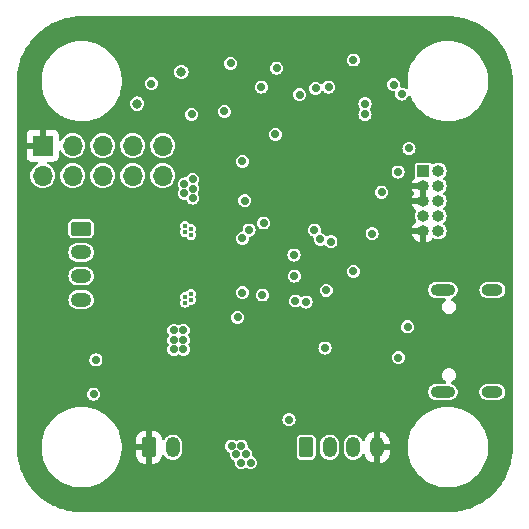
<source format=gbr>
%TF.GenerationSoftware,KiCad,Pcbnew,7.0.6*%
%TF.CreationDate,2024-02-29T21:09:00-05:00*%
%TF.ProjectId,Axis_Basic,41786973-5f42-4617-9369-632e6b696361,rev?*%
%TF.SameCoordinates,Original*%
%TF.FileFunction,Copper,L2,Inr*%
%TF.FilePolarity,Positive*%
%FSLAX46Y46*%
G04 Gerber Fmt 4.6, Leading zero omitted, Abs format (unit mm)*
G04 Created by KiCad (PCBNEW 7.0.6) date 2024-02-29 21:09:00*
%MOMM*%
%LPD*%
G01*
G04 APERTURE LIST*
G04 Aperture macros list*
%AMRoundRect*
0 Rectangle with rounded corners*
0 $1 Rounding radius*
0 $2 $3 $4 $5 $6 $7 $8 $9 X,Y pos of 4 corners*
0 Add a 4 corners polygon primitive as box body*
4,1,4,$2,$3,$4,$5,$6,$7,$8,$9,$2,$3,0*
0 Add four circle primitives for the rounded corners*
1,1,$1+$1,$2,$3*
1,1,$1+$1,$4,$5*
1,1,$1+$1,$6,$7*
1,1,$1+$1,$8,$9*
0 Add four rect primitives between the rounded corners*
20,1,$1+$1,$2,$3,$4,$5,0*
20,1,$1+$1,$4,$5,$6,$7,0*
20,1,$1+$1,$6,$7,$8,$9,0*
20,1,$1+$1,$8,$9,$2,$3,0*%
G04 Aperture macros list end*
%TA.AperFunction,ComponentPad*%
%ADD10RoundRect,0.250000X-0.350000X-0.625000X0.350000X-0.625000X0.350000X0.625000X-0.350000X0.625000X0*%
%TD*%
%TA.AperFunction,ComponentPad*%
%ADD11O,1.200000X1.750000*%
%TD*%
%TA.AperFunction,ComponentPad*%
%ADD12R,1.700000X1.700000*%
%TD*%
%TA.AperFunction,ComponentPad*%
%ADD13O,1.700000X1.700000*%
%TD*%
%TA.AperFunction,ComponentPad*%
%ADD14C,0.500000*%
%TD*%
%TA.AperFunction,ComponentPad*%
%ADD15RoundRect,0.250000X-0.625000X0.350000X-0.625000X-0.350000X0.625000X-0.350000X0.625000X0.350000X0*%
%TD*%
%TA.AperFunction,ComponentPad*%
%ADD16O,1.750000X1.200000*%
%TD*%
%TA.AperFunction,ComponentPad*%
%ADD17R,1.000000X1.000000*%
%TD*%
%TA.AperFunction,ComponentPad*%
%ADD18O,1.000000X1.000000*%
%TD*%
%TA.AperFunction,ComponentPad*%
%ADD19O,2.100000X1.000000*%
%TD*%
%TA.AperFunction,ComponentPad*%
%ADD20O,1.800000X1.000000*%
%TD*%
%TA.AperFunction,ViaPad*%
%ADD21C,0.700000*%
%TD*%
%TA.AperFunction,ViaPad*%
%ADD22C,0.800000*%
%TD*%
%TA.AperFunction,ViaPad*%
%ADD23C,0.450000*%
%TD*%
G04 APERTURE END LIST*
D10*
%TO.N,GND*%
%TO.C,J4*%
X140200000Y-115500000D03*
D11*
%TO.N,VCC*%
X142200000Y-115500000D03*
%TD*%
D12*
%TO.N,GND*%
%TO.C,J6*%
X131200000Y-89960000D03*
D13*
%TO.N,SDA1*%
X131200000Y-92500000D03*
%TO.N,ETH_CS*%
X133740000Y-89960000D03*
%TO.N,SCL1*%
X133740000Y-92500000D03*
%TO.N,MISO*%
X136280000Y-89960000D03*
%TO.N,unconnected-(J6-Pin_6-Pad6)*%
X136280000Y-92500000D03*
%TO.N,SCK*%
X138820000Y-89960000D03*
%TO.N,Net-(J6-Pin_8)*%
X138820000Y-92500000D03*
%TO.N,MOSI*%
X141360000Y-89960000D03*
%TO.N,+3.3V*%
X141360000Y-92500000D03*
%TD*%
D14*
%TO.N,GND*%
%TO.C,U4*%
X144950000Y-101000000D03*
X145950000Y-101000000D03*
X146950000Y-101000000D03*
X144950000Y-100000000D03*
X145950000Y-100000000D03*
X146950000Y-100000000D03*
X144950000Y-99000000D03*
X145950000Y-99000000D03*
X146950000Y-99000000D03*
%TD*%
D15*
%TO.N,MOTOR_A1*%
%TO.C,J2*%
X134450000Y-97000000D03*
D16*
%TO.N,MOTOR_B1*%
X134450000Y-99000000D03*
%TO.N,MOTOR_A2*%
X134450000Y-101000000D03*
%TO.N,MOTOR_B2*%
X134450000Y-103000000D03*
%TD*%
D10*
%TO.N,SCL2*%
%TO.C,J3*%
X153500000Y-115500000D03*
D11*
%TO.N,SDA2*%
X155500000Y-115500000D03*
%TO.N,unconnected-(J3-Pad3)*%
X157500000Y-115500000D03*
%TO.N,GND*%
X159500000Y-115500000D03*
%TD*%
D17*
%TO.N,+3.3V*%
%TO.C,J5*%
X163430000Y-92100000D03*
D18*
%TO.N,SWDIO*%
X164700000Y-92100000D03*
%TO.N,GND*%
X163430000Y-93370000D03*
%TO.N,SWCLK*%
X164700000Y-93370000D03*
%TO.N,GND*%
X163430000Y-94640000D03*
%TO.N,unconnected-(J5-SWO{slash}TDO-Pad6)*%
X164700000Y-94640000D03*
%TO.N,unconnected-(J5-KEY-Pad7)*%
X163430000Y-95910000D03*
%TO.N,unconnected-(J5-NC{slash}TDI-Pad8)*%
X164700000Y-95910000D03*
%TO.N,GND*%
X163430000Y-97180000D03*
%TO.N,RESET*%
X164700000Y-97180000D03*
%TD*%
D19*
%TO.N,Net-(J1-SHIELD)*%
%TO.C,J1*%
X165075000Y-110820000D03*
D20*
X169275000Y-110820000D03*
D19*
X165075000Y-102180000D03*
D20*
X169275000Y-102180000D03*
%TD*%
D21*
%TO.N,+3.3V*%
X149800000Y-102600000D03*
X149800000Y-102600000D03*
X148400000Y-116100000D03*
X148800000Y-116800000D03*
X154200000Y-97100000D03*
X148000000Y-115400000D03*
X147600000Y-116100000D03*
X147200000Y-115400000D03*
X155100000Y-107100000D03*
D22*
X142938008Y-83719757D03*
D21*
X148000000Y-116800000D03*
X148100000Y-97800000D03*
D22*
X139200000Y-86400000D03*
D21*
X160900000Y-84800000D03*
X152940734Y-85640734D03*
X159090734Y-97400500D03*
%TO.N,GND*%
X145400000Y-94800000D03*
X150800000Y-115100000D03*
X151600000Y-116500000D03*
X138017647Y-103270588D03*
X157700000Y-98500000D03*
X145600000Y-90000000D03*
X162600000Y-98400000D03*
X150400000Y-115800000D03*
X150000000Y-115100000D03*
X155000000Y-105000000D03*
X142500000Y-87500000D03*
X156300000Y-97200000D03*
X138700000Y-111000000D03*
X153400000Y-99600000D03*
X155700000Y-110100000D03*
X140200000Y-111700000D03*
X152034715Y-85628221D03*
X139200000Y-111700000D03*
X137217647Y-103270588D03*
X138817647Y-103270588D03*
X162900000Y-103000000D03*
X133100000Y-107900000D03*
X137200000Y-96700000D03*
X138000000Y-96700000D03*
X145400000Y-94800000D03*
X136900000Y-95200000D03*
X162100000Y-88900000D03*
X136917647Y-104770588D03*
X136900000Y-96000000D03*
X147000000Y-110700000D03*
X138800000Y-96700000D03*
X139700000Y-111000000D03*
X136917647Y-103970588D03*
X159084404Y-105110841D03*
X159900000Y-110100000D03*
X137700000Y-111000000D03*
X138200000Y-111700000D03*
X151200000Y-115800000D03*
X163200000Y-110100000D03*
X150900000Y-105100000D03*
X150800000Y-116500000D03*
X147900000Y-93400000D03*
X159500000Y-96400000D03*
%TO.N,VCC*%
X143900000Y-92800000D03*
X142300000Y-107200000D03*
X142300000Y-106400000D03*
X143900000Y-93600000D03*
X143100000Y-107200000D03*
X143200000Y-94000000D03*
X143100000Y-106400000D03*
X162100000Y-105300000D03*
X142300000Y-105600000D03*
X143900000Y-94400000D03*
X143200000Y-93200000D03*
X143100000Y-105600000D03*
X147700000Y-104500000D03*
%TO.N,SCL2*%
X155400000Y-85000000D03*
X152600000Y-103100000D03*
%TO.N,SDA2*%
X154300000Y-85100000D03*
X153500000Y-103200000D03*
%TO.N,NEOPIX*%
X161300000Y-107899500D03*
X162210000Y-90199500D03*
D23*
%TO.N,MOTOR_A1*%
X143250000Y-96750000D03*
X143750000Y-97000000D03*
X143750000Y-97500000D03*
X143250000Y-97250000D03*
%TO.N,MOTOR_B2*%
X143250000Y-103250000D03*
X143250000Y-102750000D03*
X143750000Y-103000000D03*
X143750000Y-102500000D03*
D21*
%TO.N,SWCLK*%
X159900000Y-93900000D03*
X161290734Y-92190734D03*
%TO.N,Net-(R5-Pad1)*%
X155200000Y-102200000D03*
X152050500Y-113149500D03*
X157500000Y-100600000D03*
X135700000Y-108100000D03*
%TO.N,UART_RX*%
X148309547Y-94609548D03*
X149900000Y-96500000D03*
%TO.N,User_Input*%
X161600000Y-85600000D03*
X150900000Y-89000000D03*
X135500000Y-111000000D03*
%TO.N,SCL1*%
X158486737Y-86416853D03*
%TO.N,SDA1*%
X148100000Y-91300000D03*
X158485215Y-87316354D03*
%TO.N,EEPROM_CS*%
X140399500Y-84700000D03*
X149700000Y-84999500D03*
%TO.N,EN*%
X152500000Y-101000000D03*
X155600000Y-98100000D03*
%TO.N,MISO*%
X151000000Y-83400000D03*
X147100000Y-83000000D03*
%TO.N,MOSI*%
X146585046Y-87053862D03*
X143800000Y-87300000D03*
%TO.N,Spread*%
X148675848Y-97108983D03*
X148100000Y-102400000D03*
%TO.N,MOT_M0*%
X154693649Y-97893649D03*
X152474508Y-99224301D03*
%TO.N,Net-(J6-Pin_8)*%
X157500000Y-82700000D03*
%TD*%
%TA.AperFunction,Conductor*%
%TO.N,GND*%
G36*
X165717445Y-79009493D02*
G01*
X165958385Y-79020013D01*
X165963320Y-79020427D01*
X166193261Y-79049089D01*
X166421921Y-79079193D01*
X166426490Y-79079972D01*
X166655391Y-79127968D01*
X166793210Y-79158522D01*
X166878677Y-79177470D01*
X166882939Y-79178575D01*
X167107969Y-79245569D01*
X167325459Y-79314144D01*
X167329305Y-79315498D01*
X167548675Y-79401097D01*
X167758977Y-79488208D01*
X167762437Y-79489768D01*
X167974350Y-79593365D01*
X168176129Y-79698405D01*
X168179238Y-79700139D01*
X168285211Y-79763284D01*
X168382116Y-79821027D01*
X168573954Y-79943242D01*
X168576669Y-79945074D01*
X168769063Y-80082440D01*
X168949600Y-80220971D01*
X168951872Y-80222805D01*
X169132397Y-80375701D01*
X169132415Y-80375716D01*
X169301239Y-80530416D01*
X169469583Y-80698760D01*
X169624281Y-80867582D01*
X169777186Y-81048117D01*
X169779044Y-81050421D01*
X169917559Y-81230937D01*
X169947426Y-81272768D01*
X170054924Y-81423329D01*
X170056755Y-81426043D01*
X170142495Y-81560627D01*
X170156098Y-81581979D01*
X170178973Y-81617884D01*
X170299859Y-81820760D01*
X170301593Y-81823868D01*
X170406634Y-82025649D01*
X170407601Y-82027627D01*
X170510220Y-82237539D01*
X170511800Y-82241043D01*
X170598915Y-82451357D01*
X170684487Y-82670659D01*
X170685859Y-82674553D01*
X170754426Y-82892017D01*
X170821420Y-83117049D01*
X170822528Y-83121321D01*
X170872038Y-83344640D01*
X170920022Y-83573488D01*
X170920811Y-83578120D01*
X170950917Y-83806795D01*
X170979569Y-84036662D01*
X170979986Y-84041629D01*
X170990505Y-84282545D01*
X170999500Y-84500001D01*
X170999500Y-115499999D01*
X170990505Y-115717454D01*
X170979986Y-115958369D01*
X170979569Y-115963336D01*
X170950917Y-116193204D01*
X170920811Y-116421878D01*
X170920022Y-116426510D01*
X170872038Y-116655359D01*
X170822528Y-116878677D01*
X170821420Y-116882949D01*
X170754426Y-117107982D01*
X170685859Y-117325445D01*
X170684487Y-117329339D01*
X170598915Y-117548642D01*
X170511800Y-117758955D01*
X170510220Y-117762459D01*
X170406638Y-117974342D01*
X170301592Y-118176130D01*
X170299859Y-118179238D01*
X170178973Y-118382115D01*
X170056755Y-118573955D01*
X170054924Y-118576668D01*
X169917565Y-118769055D01*
X169779044Y-118949577D01*
X169777168Y-118951904D01*
X169624283Y-119132414D01*
X169469583Y-119301239D01*
X169301239Y-119469583D01*
X169132414Y-119624283D01*
X168951904Y-119777168D01*
X168949577Y-119779044D01*
X168769055Y-119917565D01*
X168576668Y-120054924D01*
X168573955Y-120056755D01*
X168382115Y-120178973D01*
X168179238Y-120299859D01*
X168176130Y-120301592D01*
X167974342Y-120406638D01*
X167762459Y-120510220D01*
X167758955Y-120511800D01*
X167548642Y-120598915D01*
X167329339Y-120684487D01*
X167325445Y-120685859D01*
X167107982Y-120754426D01*
X166882949Y-120821420D01*
X166878677Y-120822528D01*
X166655359Y-120872038D01*
X166426510Y-120920022D01*
X166421878Y-120920811D01*
X166193204Y-120950917D01*
X165963336Y-120979569D01*
X165958369Y-120979986D01*
X165717454Y-120990505D01*
X165499999Y-120999500D01*
X134500001Y-120999500D01*
X134282545Y-120990505D01*
X134041629Y-120979986D01*
X134036662Y-120979569D01*
X133806795Y-120950917D01*
X133578120Y-120920811D01*
X133573488Y-120920022D01*
X133344640Y-120872038D01*
X133121321Y-120822528D01*
X133117049Y-120821420D01*
X132892017Y-120754426D01*
X132674553Y-120685859D01*
X132670659Y-120684487D01*
X132451357Y-120598915D01*
X132241043Y-120511800D01*
X132237539Y-120510220D01*
X132105816Y-120445825D01*
X132025654Y-120406636D01*
X131823866Y-120301592D01*
X131820760Y-120299859D01*
X131657629Y-120202655D01*
X131617883Y-120178972D01*
X131560627Y-120142495D01*
X131426043Y-120056755D01*
X131423329Y-120054924D01*
X131293067Y-119961919D01*
X131230944Y-119917564D01*
X131154486Y-119858897D01*
X131050421Y-119779044D01*
X131048117Y-119777186D01*
X130867582Y-119624281D01*
X130698760Y-119469583D01*
X130530416Y-119301239D01*
X130375716Y-119132415D01*
X130375715Y-119132414D01*
X130222805Y-118951872D01*
X130220971Y-118949600D01*
X130082440Y-118769063D01*
X129955123Y-118590744D01*
X129945074Y-118576669D01*
X129943242Y-118573954D01*
X129821027Y-118382115D01*
X129719118Y-118211090D01*
X129700139Y-118179238D01*
X129698405Y-118176129D01*
X129593365Y-117974350D01*
X129489768Y-117762437D01*
X129488208Y-117758977D01*
X129401097Y-117548675D01*
X129315498Y-117329305D01*
X129314144Y-117325459D01*
X129245564Y-117107951D01*
X129178578Y-116882949D01*
X129177470Y-116878677D01*
X129155626Y-116780147D01*
X129127961Y-116655359D01*
X129079972Y-116426490D01*
X129079193Y-116421921D01*
X129049082Y-116193204D01*
X129020427Y-115963320D01*
X129020013Y-115958385D01*
X129009491Y-115717381D01*
X129008125Y-115684371D01*
X131099500Y-115684371D01*
X131139367Y-116050946D01*
X131218635Y-116411065D01*
X131257966Y-116527793D01*
X131336375Y-116760503D01*
X131336377Y-116760508D01*
X131336379Y-116760513D01*
X131491200Y-117095153D01*
X131491202Y-117095157D01*
X131491204Y-117095161D01*
X131491205Y-117095162D01*
X131681310Y-117411119D01*
X131869261Y-117658364D01*
X131904461Y-117704669D01*
X131955904Y-117758977D01*
X132158044Y-117972373D01*
X132439083Y-118211090D01*
X132744284Y-118418022D01*
X132744288Y-118418024D01*
X132744291Y-118418026D01*
X132913889Y-118507941D01*
X133070070Y-118590743D01*
X133412621Y-118727227D01*
X133412627Y-118727228D01*
X133412628Y-118727229D01*
X133412634Y-118727231D01*
X133688226Y-118803748D01*
X133767919Y-118825875D01*
X133767930Y-118825876D01*
X133767931Y-118825877D01*
X134131786Y-118885529D01*
X134131790Y-118885529D01*
X134131801Y-118885531D01*
X134407890Y-118900500D01*
X134407892Y-118900500D01*
X134592108Y-118900500D01*
X134592110Y-118900500D01*
X134868199Y-118885531D01*
X134868210Y-118885529D01*
X134868213Y-118885529D01*
X135120077Y-118844237D01*
X135232081Y-118825875D01*
X135587379Y-118727227D01*
X135929930Y-118590743D01*
X136255716Y-118418022D01*
X136560917Y-118211090D01*
X136841956Y-117972373D01*
X137095538Y-117704670D01*
X137318690Y-117411119D01*
X137508795Y-117095162D01*
X137663625Y-116760503D01*
X137781364Y-116411066D01*
X137860632Y-116050948D01*
X137900500Y-115684370D01*
X137900500Y-115315630D01*
X137893362Y-115250000D01*
X139100000Y-115250000D01*
X139920440Y-115250000D01*
X139881722Y-115292059D01*
X139831449Y-115406670D01*
X139821114Y-115531395D01*
X139851837Y-115652719D01*
X139915394Y-115750000D01*
X139100001Y-115750000D01*
X139100001Y-116174986D01*
X139110494Y-116277697D01*
X139165641Y-116444119D01*
X139165643Y-116444124D01*
X139257684Y-116593345D01*
X139381654Y-116717315D01*
X139530875Y-116809356D01*
X139530880Y-116809358D01*
X139697302Y-116864505D01*
X139697309Y-116864506D01*
X139800019Y-116874999D01*
X139949999Y-116874999D01*
X139950000Y-116874998D01*
X139950000Y-115780617D01*
X140019052Y-115834363D01*
X140137424Y-115875000D01*
X140231073Y-115875000D01*
X140323446Y-115859586D01*
X140433514Y-115800019D01*
X140450000Y-115782110D01*
X140450000Y-116874999D01*
X140599972Y-116874999D01*
X140599986Y-116874998D01*
X140702697Y-116864505D01*
X140869119Y-116809358D01*
X140869124Y-116809356D01*
X141018345Y-116717315D01*
X141142315Y-116593345D01*
X141234356Y-116444124D01*
X141234358Y-116444119D01*
X141289505Y-116277697D01*
X141289506Y-116277689D01*
X141292172Y-116251600D01*
X141318567Y-116186908D01*
X141375748Y-116146756D01*
X141445559Y-116143892D01*
X141505836Y-116179225D01*
X141520523Y-116198229D01*
X141570179Y-116277256D01*
X141570184Y-116277262D01*
X141697738Y-116404816D01*
X141732264Y-116426510D01*
X141837478Y-116492621D01*
X141850478Y-116500789D01*
X142020744Y-116560368D01*
X142020745Y-116560368D01*
X142020750Y-116560369D01*
X142199996Y-116580565D01*
X142200000Y-116580565D01*
X142200004Y-116580565D01*
X142379249Y-116560369D01*
X142379252Y-116560368D01*
X142379255Y-116560368D01*
X142549522Y-116500789D01*
X142702262Y-116404816D01*
X142829816Y-116277262D01*
X142925789Y-116124522D01*
X142985368Y-115954255D01*
X142985381Y-115954145D01*
X142994298Y-115875000D01*
X143000500Y-115819954D01*
X143000500Y-115400000D01*
X146644750Y-115400000D01*
X146657915Y-115500000D01*
X146663670Y-115543708D01*
X146663671Y-115543712D01*
X146719137Y-115677622D01*
X146719138Y-115677624D01*
X146719139Y-115677625D01*
X146807379Y-115792621D01*
X146922375Y-115880861D01*
X146922376Y-115880861D01*
X146922377Y-115880862D01*
X146977873Y-115903849D01*
X147032277Y-115947690D01*
X147054342Y-116013984D01*
X147053360Y-116034594D01*
X147044750Y-116099996D01*
X147044750Y-116099999D01*
X147044750Y-116100000D01*
X147059192Y-116209699D01*
X147063670Y-116243708D01*
X147063671Y-116243712D01*
X147119137Y-116377622D01*
X147119138Y-116377624D01*
X147119139Y-116377625D01*
X147207379Y-116492621D01*
X147322375Y-116580861D01*
X147322376Y-116580861D01*
X147322377Y-116580862D01*
X147377873Y-116603849D01*
X147432277Y-116647690D01*
X147454342Y-116713984D01*
X147453360Y-116734594D01*
X147444750Y-116799996D01*
X147444750Y-116800000D01*
X147463670Y-116943708D01*
X147463671Y-116943712D01*
X147519137Y-117077622D01*
X147519138Y-117077624D01*
X147519139Y-117077625D01*
X147607379Y-117192621D01*
X147722375Y-117280861D01*
X147856291Y-117336330D01*
X147983280Y-117353048D01*
X147999999Y-117355250D01*
X148000000Y-117355250D01*
X148000001Y-117355250D01*
X148014977Y-117353278D01*
X148143709Y-117336330D01*
X148277625Y-117280861D01*
X148324514Y-117244881D01*
X148389682Y-117219687D01*
X148458127Y-117233725D01*
X148475483Y-117244880D01*
X148522375Y-117280861D01*
X148656291Y-117336330D01*
X148783280Y-117353048D01*
X148799999Y-117355250D01*
X148800000Y-117355250D01*
X148800001Y-117355250D01*
X148814977Y-117353278D01*
X148943709Y-117336330D01*
X149077625Y-117280861D01*
X149192621Y-117192621D01*
X149280861Y-117077625D01*
X149336330Y-116943709D01*
X149355250Y-116800000D01*
X149355249Y-116799996D01*
X149344364Y-116717315D01*
X149336330Y-116656291D01*
X149296598Y-116560368D01*
X149280862Y-116522377D01*
X149280861Y-116522376D01*
X149280861Y-116522375D01*
X149192621Y-116407379D01*
X149077625Y-116319139D01*
X149059206Y-116311509D01*
X149022125Y-116296150D01*
X148967722Y-116252309D01*
X148945657Y-116186014D01*
X148945978Y-116179269D01*
X152699500Y-116179269D01*
X152702353Y-116209699D01*
X152702353Y-116209701D01*
X152747206Y-116337880D01*
X152747207Y-116337882D01*
X152827850Y-116447150D01*
X152937118Y-116527793D01*
X152979845Y-116542744D01*
X153065299Y-116572646D01*
X153095730Y-116575500D01*
X153095734Y-116575500D01*
X153904270Y-116575500D01*
X153934699Y-116572646D01*
X153934701Y-116572646D01*
X153998790Y-116550219D01*
X154062882Y-116527793D01*
X154172150Y-116447150D01*
X154252793Y-116337882D01*
X154282736Y-116252309D01*
X154297646Y-116209701D01*
X154297646Y-116209699D01*
X154300500Y-116179269D01*
X154300500Y-115819960D01*
X154699500Y-115819960D01*
X154714630Y-115954249D01*
X154714631Y-115954254D01*
X154774211Y-116124523D01*
X154849101Y-116243709D01*
X154870184Y-116277262D01*
X154997738Y-116404816D01*
X155032264Y-116426510D01*
X155137478Y-116492621D01*
X155150478Y-116500789D01*
X155320745Y-116560368D01*
X155320750Y-116560369D01*
X155499996Y-116580565D01*
X155500000Y-116580565D01*
X155500004Y-116580565D01*
X155679249Y-116560369D01*
X155679252Y-116560368D01*
X155679255Y-116560368D01*
X155849522Y-116500789D01*
X156002262Y-116404816D01*
X156129816Y-116277262D01*
X156225789Y-116124522D01*
X156285368Y-115954255D01*
X156285381Y-115954145D01*
X156294298Y-115875000D01*
X156300499Y-115819960D01*
X156699500Y-115819960D01*
X156714630Y-115954249D01*
X156714631Y-115954254D01*
X156774211Y-116124523D01*
X156849101Y-116243709D01*
X156870184Y-116277262D01*
X156997738Y-116404816D01*
X157032264Y-116426510D01*
X157137478Y-116492621D01*
X157150478Y-116500789D01*
X157320745Y-116560368D01*
X157320750Y-116560369D01*
X157499996Y-116580565D01*
X157500000Y-116580565D01*
X157500004Y-116580565D01*
X157679249Y-116560369D01*
X157679252Y-116560368D01*
X157679255Y-116560368D01*
X157849522Y-116500789D01*
X158002262Y-116404816D01*
X158129816Y-116277262D01*
X158225789Y-116124522D01*
X158225789Y-116124519D01*
X158225792Y-116124516D01*
X158228812Y-116118247D01*
X158231557Y-116119569D01*
X158264351Y-116073781D01*
X158329286Y-116047990D01*
X158397857Y-116061399D01*
X158448292Y-116109752D01*
X158459714Y-116136525D01*
X158474149Y-116185686D01*
X158570413Y-116372414D01*
X158700268Y-116537537D01*
X158700271Y-116537540D01*
X158859030Y-116675105D01*
X158859041Y-116675114D01*
X159040960Y-116780144D01*
X159040967Y-116780147D01*
X159239487Y-116848856D01*
X159250000Y-116850367D01*
X159250000Y-115780617D01*
X159319052Y-115834363D01*
X159437424Y-115875000D01*
X159531073Y-115875000D01*
X159623446Y-115859586D01*
X159733514Y-115800019D01*
X159750000Y-115782110D01*
X159750000Y-116846257D01*
X159861409Y-116819229D01*
X160052507Y-116731959D01*
X160223619Y-116610110D01*
X160223625Y-116610104D01*
X160368592Y-116458067D01*
X160482166Y-116281342D01*
X160560244Y-116086314D01*
X160600000Y-115880037D01*
X160600000Y-115750000D01*
X159779560Y-115750000D01*
X159818278Y-115707941D01*
X159828617Y-115684371D01*
X162099500Y-115684371D01*
X162139367Y-116050946D01*
X162218635Y-116411065D01*
X162257966Y-116527793D01*
X162336375Y-116760503D01*
X162336377Y-116760508D01*
X162336379Y-116760513D01*
X162491200Y-117095153D01*
X162491202Y-117095157D01*
X162491204Y-117095161D01*
X162491205Y-117095162D01*
X162681310Y-117411119D01*
X162869261Y-117658364D01*
X162904461Y-117704669D01*
X162955904Y-117758977D01*
X163158044Y-117972373D01*
X163439083Y-118211090D01*
X163744284Y-118418022D01*
X163744288Y-118418024D01*
X163744291Y-118418026D01*
X163913889Y-118507941D01*
X164070070Y-118590743D01*
X164412621Y-118727227D01*
X164412627Y-118727228D01*
X164412628Y-118727229D01*
X164412634Y-118727231D01*
X164688226Y-118803748D01*
X164767919Y-118825875D01*
X164767930Y-118825876D01*
X164767931Y-118825877D01*
X165131786Y-118885529D01*
X165131790Y-118885529D01*
X165131801Y-118885531D01*
X165407890Y-118900500D01*
X165407892Y-118900500D01*
X165592108Y-118900500D01*
X165592110Y-118900500D01*
X165868199Y-118885531D01*
X165868210Y-118885529D01*
X165868213Y-118885529D01*
X166120077Y-118844237D01*
X166232081Y-118825875D01*
X166587379Y-118727227D01*
X166929930Y-118590743D01*
X167255716Y-118418022D01*
X167560917Y-118211090D01*
X167841956Y-117972373D01*
X168095538Y-117704670D01*
X168318690Y-117411119D01*
X168508795Y-117095162D01*
X168663625Y-116760503D01*
X168781364Y-116411066D01*
X168860632Y-116050948D01*
X168900500Y-115684370D01*
X168900500Y-115315630D01*
X168860632Y-114949052D01*
X168781364Y-114588934D01*
X168663625Y-114239497D01*
X168623950Y-114153740D01*
X168508799Y-113904846D01*
X168508797Y-113904842D01*
X168508795Y-113904838D01*
X168318690Y-113588881D01*
X168095538Y-113295330D01*
X167841956Y-113027627D01*
X167560917Y-112788910D01*
X167255716Y-112581978D01*
X167255713Y-112581976D01*
X167255708Y-112581973D01*
X166929938Y-112409261D01*
X166929926Y-112409255D01*
X166587371Y-112272770D01*
X166587365Y-112272768D01*
X166232094Y-112174128D01*
X166232068Y-112174122D01*
X165868213Y-112114470D01*
X165868200Y-112114469D01*
X165868199Y-112114469D01*
X165592110Y-112099500D01*
X165407890Y-112099500D01*
X165131801Y-112114469D01*
X165131799Y-112114469D01*
X165131786Y-112114470D01*
X164767931Y-112174122D01*
X164767905Y-112174128D01*
X164412634Y-112272768D01*
X164412628Y-112272770D01*
X164070073Y-112409255D01*
X164070061Y-112409261D01*
X163744291Y-112581973D01*
X163744282Y-112581979D01*
X163439083Y-112788909D01*
X163158044Y-113027626D01*
X162904462Y-113295330D01*
X162904461Y-113295330D01*
X162804276Y-113427122D01*
X162681310Y-113588881D01*
X162681309Y-113588883D01*
X162491202Y-113904842D01*
X162491200Y-113904846D01*
X162336379Y-114239486D01*
X162336376Y-114239494D01*
X162336375Y-114239497D01*
X162321824Y-114282684D01*
X162218635Y-114588934D01*
X162139367Y-114949053D01*
X162099500Y-115315628D01*
X162099500Y-115684371D01*
X159828617Y-115684371D01*
X159868551Y-115593330D01*
X159878886Y-115468605D01*
X159848163Y-115347281D01*
X159784606Y-115250000D01*
X160600000Y-115250000D01*
X160600000Y-115172601D01*
X160585034Y-115015877D01*
X160585033Y-115015873D01*
X160525850Y-114814313D01*
X160429586Y-114627585D01*
X160299731Y-114462462D01*
X160299728Y-114462459D01*
X160140969Y-114324894D01*
X160140958Y-114324885D01*
X159959039Y-114219855D01*
X159959032Y-114219852D01*
X159760516Y-114151144D01*
X159750000Y-114149632D01*
X159750000Y-115219382D01*
X159680948Y-115165637D01*
X159562576Y-115125000D01*
X159468927Y-115125000D01*
X159376554Y-115140414D01*
X159266486Y-115199981D01*
X159250000Y-115217889D01*
X159250000Y-114153740D01*
X159249999Y-114153740D01*
X159138594Y-114180768D01*
X159138582Y-114180772D01*
X158947497Y-114268037D01*
X158947496Y-114268038D01*
X158776380Y-114389889D01*
X158776374Y-114389895D01*
X158631407Y-114541932D01*
X158517832Y-114718659D01*
X158455637Y-114874014D01*
X158412447Y-114928935D01*
X158346420Y-114951787D01*
X158278520Y-114935314D01*
X158230304Y-114884747D01*
X158228801Y-114881731D01*
X158225790Y-114875480D01*
X158225789Y-114875478D01*
X158129816Y-114722738D01*
X158002262Y-114595184D01*
X157992315Y-114588934D01*
X157849523Y-114499211D01*
X157679254Y-114439631D01*
X157679249Y-114439630D01*
X157500004Y-114419435D01*
X157499996Y-114419435D01*
X157320750Y-114439630D01*
X157320745Y-114439631D01*
X157150476Y-114499211D01*
X156997737Y-114595184D01*
X156870184Y-114722737D01*
X156774211Y-114875476D01*
X156714631Y-115045745D01*
X156714630Y-115045750D01*
X156699500Y-115180039D01*
X156699500Y-115819960D01*
X156300499Y-115819960D01*
X156300500Y-115819954D01*
X156300500Y-115180046D01*
X156285368Y-115045745D01*
X156225789Y-114875478D01*
X156129816Y-114722738D01*
X156002262Y-114595184D01*
X155992315Y-114588934D01*
X155849523Y-114499211D01*
X155679254Y-114439631D01*
X155679249Y-114439630D01*
X155500004Y-114419435D01*
X155499996Y-114419435D01*
X155320750Y-114439630D01*
X155320745Y-114439631D01*
X155150476Y-114499211D01*
X154997737Y-114595184D01*
X154870184Y-114722737D01*
X154774211Y-114875476D01*
X154714631Y-115045745D01*
X154714630Y-115045750D01*
X154699500Y-115180039D01*
X154699500Y-115819960D01*
X154300500Y-115819960D01*
X154300500Y-114820730D01*
X154297646Y-114790300D01*
X154297646Y-114790298D01*
X154252793Y-114662119D01*
X154252792Y-114662117D01*
X154172150Y-114552850D01*
X154062882Y-114472207D01*
X154062880Y-114472206D01*
X153934700Y-114427353D01*
X153904270Y-114424500D01*
X153904266Y-114424500D01*
X153095734Y-114424500D01*
X153095730Y-114424500D01*
X153065300Y-114427353D01*
X153065298Y-114427353D01*
X152937119Y-114472206D01*
X152937117Y-114472207D01*
X152827850Y-114552850D01*
X152747207Y-114662117D01*
X152747206Y-114662119D01*
X152702353Y-114790298D01*
X152702353Y-114790300D01*
X152699500Y-114820730D01*
X152699500Y-116179269D01*
X148945978Y-116179269D01*
X148946639Y-116165403D01*
X148952022Y-116124522D01*
X148955250Y-116100000D01*
X148955249Y-116099996D01*
X148948792Y-116050946D01*
X148936330Y-115956291D01*
X148880861Y-115822375D01*
X148792621Y-115707379D01*
X148677625Y-115619139D01*
X148659206Y-115611509D01*
X148622125Y-115596150D01*
X148567722Y-115552309D01*
X148545657Y-115486014D01*
X148546639Y-115465403D01*
X148555250Y-115400000D01*
X148555250Y-115399999D01*
X148548309Y-115347281D01*
X148536330Y-115256291D01*
X148480861Y-115122375D01*
X148392621Y-115007379D01*
X148277625Y-114919139D01*
X148277624Y-114919138D01*
X148277622Y-114919137D01*
X148143712Y-114863671D01*
X148143710Y-114863670D01*
X148143709Y-114863670D01*
X148071854Y-114854210D01*
X148000001Y-114844750D01*
X147999999Y-114844750D01*
X147856291Y-114863670D01*
X147856287Y-114863671D01*
X147722376Y-114919138D01*
X147722374Y-114919139D01*
X147675486Y-114955118D01*
X147610317Y-114980312D01*
X147541872Y-114966274D01*
X147524514Y-114955118D01*
X147477625Y-114919139D01*
X147477623Y-114919138D01*
X147343712Y-114863671D01*
X147343710Y-114863670D01*
X147343709Y-114863670D01*
X147271854Y-114854210D01*
X147200001Y-114844750D01*
X147199999Y-114844750D01*
X147056291Y-114863670D01*
X147056287Y-114863671D01*
X146922377Y-114919137D01*
X146807379Y-115007379D01*
X146719137Y-115122377D01*
X146663671Y-115256287D01*
X146663670Y-115256291D01*
X146644750Y-115400000D01*
X143000500Y-115400000D01*
X143000500Y-115180046D01*
X142985368Y-115045745D01*
X142925789Y-114875478D01*
X142829816Y-114722738D01*
X142702262Y-114595184D01*
X142692315Y-114588934D01*
X142549523Y-114499211D01*
X142379254Y-114439631D01*
X142379249Y-114439630D01*
X142200004Y-114419435D01*
X142199996Y-114419435D01*
X142020750Y-114439630D01*
X142020745Y-114439631D01*
X141850476Y-114499211D01*
X141697737Y-114595184D01*
X141570184Y-114722737D01*
X141570182Y-114722740D01*
X141520522Y-114801772D01*
X141468187Y-114848063D01*
X141399133Y-114858710D01*
X141335285Y-114830334D01*
X141296914Y-114771944D01*
X141292171Y-114748397D01*
X141289506Y-114722303D01*
X141234358Y-114555880D01*
X141234356Y-114555875D01*
X141142315Y-114406654D01*
X141018345Y-114282684D01*
X140869124Y-114190643D01*
X140869119Y-114190641D01*
X140702697Y-114135494D01*
X140702690Y-114135493D01*
X140599986Y-114125000D01*
X140450000Y-114125000D01*
X140450000Y-115219382D01*
X140380948Y-115165637D01*
X140262576Y-115125000D01*
X140168927Y-115125000D01*
X140076554Y-115140414D01*
X139966486Y-115199981D01*
X139950000Y-115217889D01*
X139950000Y-114125000D01*
X139800027Y-114125000D01*
X139800012Y-114125001D01*
X139697302Y-114135494D01*
X139530880Y-114190641D01*
X139530875Y-114190643D01*
X139381654Y-114282684D01*
X139257684Y-114406654D01*
X139165643Y-114555875D01*
X139165641Y-114555880D01*
X139110494Y-114722302D01*
X139110493Y-114722309D01*
X139100000Y-114825013D01*
X139100000Y-115250000D01*
X137893362Y-115250000D01*
X137860632Y-114949052D01*
X137781364Y-114588934D01*
X137663625Y-114239497D01*
X137623950Y-114153740D01*
X137508799Y-113904846D01*
X137508797Y-113904842D01*
X137508795Y-113904838D01*
X137318690Y-113588881D01*
X137095538Y-113295330D01*
X136957400Y-113149500D01*
X151495250Y-113149500D01*
X151514170Y-113293208D01*
X151514171Y-113293212D01*
X151569637Y-113427122D01*
X151569638Y-113427124D01*
X151569639Y-113427125D01*
X151657879Y-113542121D01*
X151772875Y-113630361D01*
X151906791Y-113685830D01*
X152033780Y-113702548D01*
X152050499Y-113704750D01*
X152050500Y-113704750D01*
X152050501Y-113704750D01*
X152065477Y-113702778D01*
X152194209Y-113685830D01*
X152328125Y-113630361D01*
X152443121Y-113542121D01*
X152531361Y-113427125D01*
X152586830Y-113293209D01*
X152605750Y-113149500D01*
X152586830Y-113005791D01*
X152531361Y-112871875D01*
X152443121Y-112756879D01*
X152328125Y-112668639D01*
X152328124Y-112668638D01*
X152328122Y-112668637D01*
X152194212Y-112613171D01*
X152194210Y-112613170D01*
X152194209Y-112613170D01*
X152122354Y-112603709D01*
X152050501Y-112594250D01*
X152050499Y-112594250D01*
X151906791Y-112613170D01*
X151906787Y-112613171D01*
X151772877Y-112668637D01*
X151657879Y-112756879D01*
X151569637Y-112871877D01*
X151514171Y-113005787D01*
X151514170Y-113005791D01*
X151495250Y-113149499D01*
X151495250Y-113149500D01*
X136957400Y-113149500D01*
X136841956Y-113027627D01*
X136560917Y-112788910D01*
X136255716Y-112581978D01*
X136255713Y-112581976D01*
X136255708Y-112581973D01*
X135929938Y-112409261D01*
X135929926Y-112409255D01*
X135587371Y-112272770D01*
X135587365Y-112272768D01*
X135232094Y-112174128D01*
X135232068Y-112174122D01*
X134868213Y-112114470D01*
X134868200Y-112114469D01*
X134868199Y-112114469D01*
X134592110Y-112099500D01*
X134407890Y-112099500D01*
X134131801Y-112114469D01*
X134131799Y-112114469D01*
X134131786Y-112114470D01*
X133767931Y-112174122D01*
X133767905Y-112174128D01*
X133412634Y-112272768D01*
X133412628Y-112272770D01*
X133070073Y-112409255D01*
X133070061Y-112409261D01*
X132744291Y-112581973D01*
X132744282Y-112581979D01*
X132439083Y-112788909D01*
X132158044Y-113027626D01*
X131904462Y-113295330D01*
X131904461Y-113295330D01*
X131804276Y-113427122D01*
X131681310Y-113588881D01*
X131681309Y-113588883D01*
X131491202Y-113904842D01*
X131491200Y-113904846D01*
X131336379Y-114239486D01*
X131336376Y-114239494D01*
X131336375Y-114239497D01*
X131321824Y-114282684D01*
X131218635Y-114588934D01*
X131139367Y-114949053D01*
X131099500Y-115315628D01*
X131099500Y-115684371D01*
X129008125Y-115684371D01*
X129008125Y-115684364D01*
X129000500Y-115500000D01*
X129000500Y-115499500D01*
X129000500Y-111000000D01*
X134944750Y-111000000D01*
X134953995Y-111070225D01*
X134963670Y-111143708D01*
X134963671Y-111143712D01*
X135019137Y-111277622D01*
X135019138Y-111277624D01*
X135019139Y-111277625D01*
X135107379Y-111392621D01*
X135222375Y-111480861D01*
X135356291Y-111536330D01*
X135483280Y-111553048D01*
X135499999Y-111555250D01*
X135500000Y-111555250D01*
X135500001Y-111555250D01*
X135514977Y-111553278D01*
X135643709Y-111536330D01*
X135777625Y-111480861D01*
X135892621Y-111392621D01*
X135980861Y-111277625D01*
X136036330Y-111143709D01*
X136055250Y-111000000D01*
X136042750Y-110905055D01*
X163824500Y-110905055D01*
X163865210Y-111070226D01*
X163944263Y-111220849D01*
X163944266Y-111220852D01*
X164057071Y-111348183D01*
X164121449Y-111392620D01*
X164197068Y-111444817D01*
X164197069Y-111444817D01*
X164197070Y-111444818D01*
X164356128Y-111505140D01*
X164432028Y-111514356D01*
X164482626Y-111520500D01*
X164482628Y-111520500D01*
X165667374Y-111520500D01*
X165709538Y-111515380D01*
X165793872Y-111505140D01*
X165952930Y-111444818D01*
X166092929Y-111348183D01*
X166205734Y-111220852D01*
X166284790Y-111070225D01*
X166325500Y-110905056D01*
X166325500Y-110905055D01*
X168174500Y-110905055D01*
X168215210Y-111070226D01*
X168294263Y-111220849D01*
X168294266Y-111220852D01*
X168407071Y-111348183D01*
X168471449Y-111392620D01*
X168547068Y-111444817D01*
X168547069Y-111444817D01*
X168547070Y-111444818D01*
X168706128Y-111505140D01*
X168782028Y-111514356D01*
X168832626Y-111520500D01*
X168832628Y-111520500D01*
X169717374Y-111520500D01*
X169759538Y-111515380D01*
X169843872Y-111505140D01*
X170002930Y-111444818D01*
X170142929Y-111348183D01*
X170255734Y-111220852D01*
X170334790Y-111070225D01*
X170375500Y-110905056D01*
X170375500Y-110734944D01*
X170334790Y-110569775D01*
X170279102Y-110463671D01*
X170255736Y-110419150D01*
X170236560Y-110397505D01*
X170142929Y-110291817D01*
X170093177Y-110257475D01*
X170002931Y-110195182D01*
X169843874Y-110134860D01*
X169843868Y-110134859D01*
X169717374Y-110119500D01*
X169717372Y-110119500D01*
X168832628Y-110119500D01*
X168832626Y-110119500D01*
X168706131Y-110134859D01*
X168706125Y-110134860D01*
X168547068Y-110195182D01*
X168407072Y-110291816D01*
X168294263Y-110419150D01*
X168215210Y-110569773D01*
X168174500Y-110734944D01*
X168174500Y-110905055D01*
X166325500Y-110905055D01*
X166325500Y-110734944D01*
X166284790Y-110569775D01*
X166229102Y-110463671D01*
X166205736Y-110419150D01*
X166186560Y-110397505D01*
X166092929Y-110291817D01*
X166043177Y-110257475D01*
X165952931Y-110195182D01*
X165834146Y-110150133D01*
X165778443Y-110107955D01*
X165754386Y-110042357D01*
X165769613Y-109974167D01*
X165819289Y-109925034D01*
X165830649Y-109919636D01*
X165887250Y-109896192D01*
X166008304Y-109803304D01*
X166101192Y-109682250D01*
X166159584Y-109541280D01*
X166179500Y-109390000D01*
X166159584Y-109238720D01*
X166101192Y-109097750D01*
X166008304Y-108976696D01*
X165887250Y-108883808D01*
X165887249Y-108883807D01*
X165887247Y-108883806D01*
X165746280Y-108825416D01*
X165746278Y-108825415D01*
X165632981Y-108810500D01*
X165632980Y-108810500D01*
X165557020Y-108810500D01*
X165557019Y-108810500D01*
X165443721Y-108825415D01*
X165443719Y-108825416D01*
X165302752Y-108883806D01*
X165181696Y-108976696D01*
X165088806Y-109097752D01*
X165030416Y-109238719D01*
X165030415Y-109238721D01*
X165010500Y-109389998D01*
X165010500Y-109390001D01*
X165030415Y-109541278D01*
X165030416Y-109541280D01*
X165088806Y-109682247D01*
X165181697Y-109803305D01*
X165303965Y-109897124D01*
X165345168Y-109953552D01*
X165349323Y-110023298D01*
X165315111Y-110084218D01*
X165253393Y-110116971D01*
X165228479Y-110119500D01*
X164482626Y-110119500D01*
X164356131Y-110134859D01*
X164356125Y-110134860D01*
X164197068Y-110195182D01*
X164057072Y-110291816D01*
X163944263Y-110419150D01*
X163865210Y-110569773D01*
X163824500Y-110734944D01*
X163824500Y-110905055D01*
X136042750Y-110905055D01*
X136036330Y-110856291D01*
X135980861Y-110722375D01*
X135892621Y-110607379D01*
X135777625Y-110519139D01*
X135777624Y-110519138D01*
X135777622Y-110519137D01*
X135643712Y-110463671D01*
X135643710Y-110463670D01*
X135643709Y-110463670D01*
X135571854Y-110454210D01*
X135500001Y-110444750D01*
X135499999Y-110444750D01*
X135356291Y-110463670D01*
X135356287Y-110463671D01*
X135222377Y-110519137D01*
X135107379Y-110607379D01*
X135019137Y-110722377D01*
X134963671Y-110856287D01*
X134963670Y-110856291D01*
X134944750Y-111000000D01*
X129000500Y-111000000D01*
X129000500Y-108100000D01*
X135144750Y-108100000D01*
X135154903Y-108177122D01*
X135163670Y-108243708D01*
X135163671Y-108243712D01*
X135219137Y-108377622D01*
X135219138Y-108377624D01*
X135219139Y-108377625D01*
X135307379Y-108492621D01*
X135422375Y-108580861D01*
X135556291Y-108636330D01*
X135683280Y-108653048D01*
X135699999Y-108655250D01*
X135700000Y-108655250D01*
X135700001Y-108655250D01*
X135714977Y-108653278D01*
X135843709Y-108636330D01*
X135977625Y-108580861D01*
X136092621Y-108492621D01*
X136180861Y-108377625D01*
X136236330Y-108243709D01*
X136255250Y-108100000D01*
X136236330Y-107956291D01*
X136212807Y-107899500D01*
X160744750Y-107899500D01*
X160763670Y-108043208D01*
X160763671Y-108043212D01*
X160819137Y-108177122D01*
X160819138Y-108177124D01*
X160819139Y-108177125D01*
X160907379Y-108292121D01*
X161022375Y-108380361D01*
X161156291Y-108435830D01*
X161283280Y-108452548D01*
X161299999Y-108454750D01*
X161300000Y-108454750D01*
X161300001Y-108454750D01*
X161314977Y-108452778D01*
X161443709Y-108435830D01*
X161577625Y-108380361D01*
X161692621Y-108292121D01*
X161780861Y-108177125D01*
X161836330Y-108043209D01*
X161855250Y-107899500D01*
X161836330Y-107755791D01*
X161780861Y-107621875D01*
X161692621Y-107506879D01*
X161577625Y-107418639D01*
X161577624Y-107418638D01*
X161577622Y-107418637D01*
X161443712Y-107363171D01*
X161443710Y-107363170D01*
X161443709Y-107363170D01*
X161371854Y-107353709D01*
X161300001Y-107344250D01*
X161299999Y-107344250D01*
X161156291Y-107363170D01*
X161156287Y-107363171D01*
X161022377Y-107418637D01*
X160907379Y-107506879D01*
X160819137Y-107621877D01*
X160763671Y-107755787D01*
X160763670Y-107755791D01*
X160744750Y-107899499D01*
X160744750Y-107899500D01*
X136212807Y-107899500D01*
X136180861Y-107822375D01*
X136092621Y-107707379D01*
X135977625Y-107619139D01*
X135977624Y-107619138D01*
X135977622Y-107619137D01*
X135843712Y-107563671D01*
X135843710Y-107563670D01*
X135843709Y-107563670D01*
X135771854Y-107554210D01*
X135700001Y-107544750D01*
X135699999Y-107544750D01*
X135556291Y-107563670D01*
X135556287Y-107563671D01*
X135422377Y-107619137D01*
X135307379Y-107707379D01*
X135219137Y-107822377D01*
X135163671Y-107956287D01*
X135163670Y-107956291D01*
X135144750Y-108100000D01*
X129000500Y-108100000D01*
X129000500Y-107200000D01*
X141744750Y-107200000D01*
X141763670Y-107343708D01*
X141763671Y-107343712D01*
X141819137Y-107477622D01*
X141819138Y-107477624D01*
X141819139Y-107477625D01*
X141907379Y-107592621D01*
X142022375Y-107680861D01*
X142156291Y-107736330D01*
X142283280Y-107753048D01*
X142299999Y-107755250D01*
X142300000Y-107755250D01*
X142300001Y-107755250D01*
X142314977Y-107753278D01*
X142443709Y-107736330D01*
X142577625Y-107680861D01*
X142624514Y-107644881D01*
X142689682Y-107619687D01*
X142758127Y-107633725D01*
X142775483Y-107644880D01*
X142822375Y-107680861D01*
X142956291Y-107736330D01*
X143083280Y-107753048D01*
X143099999Y-107755250D01*
X143100000Y-107755250D01*
X143100001Y-107755250D01*
X143114977Y-107753278D01*
X143243709Y-107736330D01*
X143377625Y-107680861D01*
X143492621Y-107592621D01*
X143580861Y-107477625D01*
X143636330Y-107343709D01*
X143655250Y-107200000D01*
X143642085Y-107100000D01*
X154544750Y-107100000D01*
X154557915Y-107200000D01*
X154563670Y-107243708D01*
X154563671Y-107243712D01*
X154619137Y-107377622D01*
X154619138Y-107377624D01*
X154619139Y-107377625D01*
X154707379Y-107492621D01*
X154822375Y-107580861D01*
X154822376Y-107580861D01*
X154822377Y-107580862D01*
X154867013Y-107599350D01*
X154956291Y-107636330D01*
X155083280Y-107653048D01*
X155099999Y-107655250D01*
X155100000Y-107655250D01*
X155100001Y-107655250D01*
X155114977Y-107653278D01*
X155243709Y-107636330D01*
X155377625Y-107580861D01*
X155492621Y-107492621D01*
X155580861Y-107377625D01*
X155636330Y-107243709D01*
X155655250Y-107100000D01*
X155636330Y-106956291D01*
X155580861Y-106822375D01*
X155492621Y-106707379D01*
X155377625Y-106619139D01*
X155377624Y-106619138D01*
X155377622Y-106619137D01*
X155243712Y-106563671D01*
X155243710Y-106563670D01*
X155243709Y-106563670D01*
X155171854Y-106554210D01*
X155100001Y-106544750D01*
X155099999Y-106544750D01*
X154956291Y-106563670D01*
X154956287Y-106563671D01*
X154822377Y-106619137D01*
X154707379Y-106707379D01*
X154619137Y-106822377D01*
X154563671Y-106956287D01*
X154563670Y-106956291D01*
X154550505Y-107056291D01*
X154544750Y-107100000D01*
X143642085Y-107100000D01*
X143636330Y-107056291D01*
X143580861Y-106922375D01*
X143544881Y-106875485D01*
X143519687Y-106810318D01*
X143533725Y-106741873D01*
X143544880Y-106724516D01*
X143580861Y-106677625D01*
X143636330Y-106543709D01*
X143655250Y-106400000D01*
X143636330Y-106256291D01*
X143580861Y-106122375D01*
X143544881Y-106075485D01*
X143519687Y-106010318D01*
X143533725Y-105941873D01*
X143544882Y-105924513D01*
X143544883Y-105924512D01*
X143580861Y-105877625D01*
X143636330Y-105743709D01*
X143655250Y-105600000D01*
X143636330Y-105456291D01*
X143580861Y-105322375D01*
X143563692Y-105300000D01*
X161544750Y-105300000D01*
X161563670Y-105443708D01*
X161563671Y-105443712D01*
X161619137Y-105577622D01*
X161619138Y-105577624D01*
X161619139Y-105577625D01*
X161707379Y-105692621D01*
X161822375Y-105780861D01*
X161956291Y-105836330D01*
X162083280Y-105853048D01*
X162099999Y-105855250D01*
X162100000Y-105855250D01*
X162100001Y-105855250D01*
X162114977Y-105853278D01*
X162243709Y-105836330D01*
X162377625Y-105780861D01*
X162492621Y-105692621D01*
X162580861Y-105577625D01*
X162636330Y-105443709D01*
X162655250Y-105300000D01*
X162636330Y-105156291D01*
X162586641Y-105036329D01*
X162580862Y-105022377D01*
X162580861Y-105022376D01*
X162580861Y-105022375D01*
X162492621Y-104907379D01*
X162377625Y-104819139D01*
X162377624Y-104819138D01*
X162377622Y-104819137D01*
X162243712Y-104763671D01*
X162243710Y-104763670D01*
X162243709Y-104763670D01*
X162171854Y-104754210D01*
X162100001Y-104744750D01*
X162099999Y-104744750D01*
X161956291Y-104763670D01*
X161956287Y-104763671D01*
X161822377Y-104819137D01*
X161707379Y-104907379D01*
X161619137Y-105022377D01*
X161563671Y-105156287D01*
X161563670Y-105156291D01*
X161544750Y-105299999D01*
X161544750Y-105300000D01*
X143563692Y-105300000D01*
X143492621Y-105207379D01*
X143377625Y-105119139D01*
X143377624Y-105119138D01*
X143377622Y-105119137D01*
X143243712Y-105063671D01*
X143243710Y-105063670D01*
X143243709Y-105063670D01*
X143171854Y-105054210D01*
X143100001Y-105044750D01*
X143099999Y-105044750D01*
X142956291Y-105063670D01*
X142956287Y-105063671D01*
X142822376Y-105119138D01*
X142822374Y-105119139D01*
X142775486Y-105155118D01*
X142710317Y-105180312D01*
X142641872Y-105166274D01*
X142624514Y-105155118D01*
X142577625Y-105119139D01*
X142577623Y-105119138D01*
X142443712Y-105063671D01*
X142443710Y-105063670D01*
X142443709Y-105063670D01*
X142371854Y-105054210D01*
X142300001Y-105044750D01*
X142299999Y-105044750D01*
X142156291Y-105063670D01*
X142156287Y-105063671D01*
X142022377Y-105119137D01*
X141907379Y-105207379D01*
X141819137Y-105322377D01*
X141763671Y-105456287D01*
X141763670Y-105456291D01*
X141744750Y-105599999D01*
X141744750Y-105600000D01*
X141763670Y-105743708D01*
X141763671Y-105743712D01*
X141819138Y-105877623D01*
X141819139Y-105877626D01*
X141855117Y-105924512D01*
X141880312Y-105989681D01*
X141866274Y-106058126D01*
X141855119Y-106075484D01*
X141819138Y-106122375D01*
X141819138Y-106122376D01*
X141763671Y-106256287D01*
X141763670Y-106256291D01*
X141744750Y-106399999D01*
X141744750Y-106400000D01*
X141763670Y-106543708D01*
X141763671Y-106543712D01*
X141819138Y-106677623D01*
X141819139Y-106677625D01*
X141855118Y-106724514D01*
X141880312Y-106789683D01*
X141866274Y-106858128D01*
X141855118Y-106875486D01*
X141819139Y-106922374D01*
X141819138Y-106922376D01*
X141763671Y-107056287D01*
X141763670Y-107056291D01*
X141744750Y-107199999D01*
X141744750Y-107200000D01*
X129000500Y-107200000D01*
X129000500Y-104500000D01*
X147144750Y-104500000D01*
X147163670Y-104643708D01*
X147163671Y-104643712D01*
X147219137Y-104777622D01*
X147219138Y-104777624D01*
X147219139Y-104777625D01*
X147307379Y-104892621D01*
X147422375Y-104980861D01*
X147556291Y-105036330D01*
X147683280Y-105053048D01*
X147699999Y-105055250D01*
X147700000Y-105055250D01*
X147700001Y-105055250D01*
X147714977Y-105053278D01*
X147843709Y-105036330D01*
X147977625Y-104980861D01*
X148092621Y-104892621D01*
X148180861Y-104777625D01*
X148236330Y-104643709D01*
X148255250Y-104500000D01*
X148236330Y-104356291D01*
X148180861Y-104222375D01*
X148092621Y-104107379D01*
X147977625Y-104019139D01*
X147977624Y-104019138D01*
X147977622Y-104019137D01*
X147843712Y-103963671D01*
X147843710Y-103963670D01*
X147843709Y-103963670D01*
X147771854Y-103954210D01*
X147700001Y-103944750D01*
X147699999Y-103944750D01*
X147556291Y-103963670D01*
X147556287Y-103963671D01*
X147422377Y-104019137D01*
X147307379Y-104107379D01*
X147219137Y-104222377D01*
X147163671Y-104356287D01*
X147163670Y-104356291D01*
X147144750Y-104499999D01*
X147144750Y-104500000D01*
X129000500Y-104500000D01*
X129000500Y-103000003D01*
X133369435Y-103000003D01*
X133389630Y-103179249D01*
X133389631Y-103179254D01*
X133449211Y-103349523D01*
X133539126Y-103492621D01*
X133545184Y-103502262D01*
X133672738Y-103629816D01*
X133825478Y-103725789D01*
X133995744Y-103785368D01*
X133995745Y-103785368D01*
X133995750Y-103785369D01*
X134086246Y-103795565D01*
X134130040Y-103800499D01*
X134130043Y-103800500D01*
X134130046Y-103800500D01*
X134769957Y-103800500D01*
X134769958Y-103800499D01*
X134837104Y-103792934D01*
X134904249Y-103785369D01*
X134904252Y-103785368D01*
X134904255Y-103785368D01*
X135074522Y-103725789D01*
X135227262Y-103629816D01*
X135354816Y-103502262D01*
X135450789Y-103349522D01*
X135485613Y-103250002D01*
X142819196Y-103250002D01*
X142840279Y-103383121D01*
X142840280Y-103383124D01*
X142840281Y-103383126D01*
X142901472Y-103503220D01*
X142901473Y-103503221D01*
X142901476Y-103503225D01*
X142996774Y-103598523D01*
X142996778Y-103598526D01*
X142996780Y-103598528D01*
X143116874Y-103659719D01*
X143116876Y-103659719D01*
X143116878Y-103659720D01*
X143249998Y-103680804D01*
X143250000Y-103680804D01*
X143250002Y-103680804D01*
X143383121Y-103659720D01*
X143383121Y-103659719D01*
X143383126Y-103659719D01*
X143503220Y-103598528D01*
X143598528Y-103503220D01*
X143603079Y-103494287D01*
X143651051Y-103443490D01*
X143718871Y-103426692D01*
X143732942Y-103428102D01*
X143750000Y-103430804D01*
X143856021Y-103414012D01*
X143883121Y-103409720D01*
X143883121Y-103409719D01*
X143883126Y-103409719D01*
X144003220Y-103348528D01*
X144098528Y-103253220D01*
X144159719Y-103133126D01*
X144162293Y-103116874D01*
X144180804Y-103000002D01*
X144180804Y-102999997D01*
X144159720Y-102866876D01*
X144159719Y-102866874D01*
X144151053Y-102849866D01*
X144128851Y-102806293D01*
X144115955Y-102737626D01*
X144128850Y-102693708D01*
X144159719Y-102633126D01*
X144161935Y-102619139D01*
X144180804Y-102500002D01*
X144180804Y-102499997D01*
X144164966Y-102400000D01*
X147544750Y-102400000D01*
X147557915Y-102500000D01*
X147563670Y-102543708D01*
X147563671Y-102543712D01*
X147619137Y-102677622D01*
X147619138Y-102677624D01*
X147619139Y-102677625D01*
X147707379Y-102792621D01*
X147822375Y-102880861D01*
X147822376Y-102880861D01*
X147822377Y-102880862D01*
X147827843Y-102883126D01*
X147956291Y-102936330D01*
X148082826Y-102952989D01*
X148099999Y-102955250D01*
X148100000Y-102955250D01*
X148100001Y-102955250D01*
X148117174Y-102952989D01*
X148243709Y-102936330D01*
X148377625Y-102880861D01*
X148492621Y-102792621D01*
X148580861Y-102677625D01*
X148613014Y-102600000D01*
X149244750Y-102600000D01*
X149262698Y-102736329D01*
X149263670Y-102743708D01*
X149263671Y-102743712D01*
X149319137Y-102877622D01*
X149319138Y-102877624D01*
X149319139Y-102877625D01*
X149407379Y-102992621D01*
X149522375Y-103080861D01*
X149522376Y-103080861D01*
X149522377Y-103080862D01*
X149567013Y-103099350D01*
X149656291Y-103136330D01*
X149783280Y-103153048D01*
X149799999Y-103155250D01*
X149800000Y-103155250D01*
X149800001Y-103155250D01*
X149814977Y-103153278D01*
X149943709Y-103136330D01*
X150031419Y-103100000D01*
X152044750Y-103100000D01*
X152057915Y-103200000D01*
X152063670Y-103243708D01*
X152063671Y-103243712D01*
X152119137Y-103377622D01*
X152119138Y-103377624D01*
X152119139Y-103377625D01*
X152207379Y-103492621D01*
X152322375Y-103580861D01*
X152322376Y-103580861D01*
X152322377Y-103580862D01*
X152365015Y-103598523D01*
X152456291Y-103636330D01*
X152583280Y-103653048D01*
X152599999Y-103655250D01*
X152600000Y-103655250D01*
X152600001Y-103655250D01*
X152614977Y-103653278D01*
X152743709Y-103636330D01*
X152877625Y-103580861D01*
X152918180Y-103549741D01*
X152983346Y-103524548D01*
X153051791Y-103538586D01*
X153092040Y-103572631D01*
X153107379Y-103592621D01*
X153222375Y-103680861D01*
X153356291Y-103736330D01*
X153483280Y-103753048D01*
X153499999Y-103755250D01*
X153500000Y-103755250D01*
X153500001Y-103755250D01*
X153514977Y-103753278D01*
X153643709Y-103736330D01*
X153777625Y-103680861D01*
X153892621Y-103592621D01*
X153980861Y-103477625D01*
X154036330Y-103343709D01*
X154055250Y-103200000D01*
X154036330Y-103056291D01*
X153986641Y-102936329D01*
X153980862Y-102922377D01*
X153980861Y-102922376D01*
X153980861Y-102922375D01*
X153892621Y-102807379D01*
X153777625Y-102719139D01*
X153777624Y-102719138D01*
X153777622Y-102719137D01*
X153643712Y-102663671D01*
X153643710Y-102663670D01*
X153643709Y-102663670D01*
X153543508Y-102650478D01*
X153500001Y-102644750D01*
X153499999Y-102644750D01*
X153356291Y-102663670D01*
X153356287Y-102663671D01*
X153222376Y-102719138D01*
X153222375Y-102719138D01*
X153181819Y-102750258D01*
X153116650Y-102775451D01*
X153048205Y-102761412D01*
X153007958Y-102727367D01*
X152992622Y-102707380D01*
X152974797Y-102693702D01*
X152877625Y-102619139D01*
X152877624Y-102619138D01*
X152877622Y-102619137D01*
X152743712Y-102563671D01*
X152743710Y-102563670D01*
X152743709Y-102563670D01*
X152671854Y-102554210D01*
X152600001Y-102544750D01*
X152599999Y-102544750D01*
X152456291Y-102563670D01*
X152456287Y-102563671D01*
X152322377Y-102619137D01*
X152207379Y-102707379D01*
X152119137Y-102822377D01*
X152063671Y-102956287D01*
X152063670Y-102956291D01*
X152047270Y-103080862D01*
X152044750Y-103100000D01*
X150031419Y-103100000D01*
X150077625Y-103080861D01*
X150192621Y-102992621D01*
X150280861Y-102877625D01*
X150336330Y-102743709D01*
X150355250Y-102600000D01*
X150336330Y-102456291D01*
X150280861Y-102322375D01*
X150192621Y-102207379D01*
X150183005Y-102200000D01*
X154644750Y-102200000D01*
X154663218Y-102340279D01*
X154663670Y-102343708D01*
X154663671Y-102343712D01*
X154719137Y-102477622D01*
X154719138Y-102477624D01*
X154719139Y-102477625D01*
X154807379Y-102592621D01*
X154922375Y-102680861D01*
X155056291Y-102736330D01*
X155183280Y-102753048D01*
X155199999Y-102755250D01*
X155200000Y-102755250D01*
X155200001Y-102755250D01*
X155214977Y-102753278D01*
X155343709Y-102736330D01*
X155477625Y-102680861D01*
X155592621Y-102592621D01*
X155680861Y-102477625D01*
X155736330Y-102343709D01*
X155746685Y-102265056D01*
X163824500Y-102265056D01*
X163834718Y-102306512D01*
X163865210Y-102430226D01*
X163944263Y-102580849D01*
X163973026Y-102613316D01*
X164057071Y-102708183D01*
X164117649Y-102749997D01*
X164197068Y-102804817D01*
X164197069Y-102804817D01*
X164197070Y-102804818D01*
X164356128Y-102865140D01*
X164432028Y-102874356D01*
X164482626Y-102880500D01*
X165228479Y-102880500D01*
X165295518Y-102900185D01*
X165341273Y-102952989D01*
X165351217Y-103022147D01*
X165322192Y-103085703D01*
X165303965Y-103102876D01*
X165181697Y-103196694D01*
X165088806Y-103317752D01*
X165030416Y-103458719D01*
X165030415Y-103458721D01*
X165010500Y-103609998D01*
X165010500Y-103610001D01*
X165030415Y-103761278D01*
X165030416Y-103761280D01*
X165088806Y-103902247D01*
X165088807Y-103902249D01*
X165088808Y-103902250D01*
X165181696Y-104023304D01*
X165302750Y-104116192D01*
X165443720Y-104174584D01*
X165500369Y-104182042D01*
X165557019Y-104189500D01*
X165557020Y-104189500D01*
X165632981Y-104189500D01*
X165670746Y-104184528D01*
X165746280Y-104174584D01*
X165887250Y-104116192D01*
X166008304Y-104023304D01*
X166101192Y-103902250D01*
X166159584Y-103761280D01*
X166179500Y-103610000D01*
X166177989Y-103598526D01*
X166165316Y-103502262D01*
X166159584Y-103458720D01*
X166101192Y-103317750D01*
X166008304Y-103196696D01*
X165887250Y-103103808D01*
X165887246Y-103103806D01*
X165830664Y-103080369D01*
X165776261Y-103036528D01*
X165754196Y-102970234D01*
X165771475Y-102902535D01*
X165822612Y-102854924D01*
X165834141Y-102849868D01*
X165952930Y-102804818D01*
X166092929Y-102708183D01*
X166205734Y-102580852D01*
X166214752Y-102563671D01*
X166284789Y-102430226D01*
X166284790Y-102430225D01*
X166325500Y-102265056D01*
X168174500Y-102265056D01*
X168184718Y-102306512D01*
X168215210Y-102430226D01*
X168294263Y-102580849D01*
X168323026Y-102613316D01*
X168407071Y-102708183D01*
X168467649Y-102749997D01*
X168547068Y-102804817D01*
X168547069Y-102804817D01*
X168547070Y-102804818D01*
X168706128Y-102865140D01*
X168782028Y-102874356D01*
X168832626Y-102880500D01*
X168832628Y-102880500D01*
X169717374Y-102880500D01*
X169759538Y-102875380D01*
X169843872Y-102865140D01*
X170002930Y-102804818D01*
X170142929Y-102708183D01*
X170255734Y-102580852D01*
X170264752Y-102563671D01*
X170334789Y-102430226D01*
X170334790Y-102430225D01*
X170375500Y-102265056D01*
X170375500Y-102094944D01*
X170334790Y-101929775D01*
X170300095Y-101863670D01*
X170255736Y-101779150D01*
X170208461Y-101725788D01*
X170142929Y-101651817D01*
X170093177Y-101617475D01*
X170002931Y-101555182D01*
X169843874Y-101494860D01*
X169843868Y-101494859D01*
X169717374Y-101479500D01*
X169717372Y-101479500D01*
X168832628Y-101479500D01*
X168832626Y-101479500D01*
X168706131Y-101494859D01*
X168706125Y-101494860D01*
X168547068Y-101555182D01*
X168407072Y-101651816D01*
X168294263Y-101779150D01*
X168215210Y-101929773D01*
X168184028Y-102056287D01*
X168174500Y-102094944D01*
X168174500Y-102265056D01*
X166325500Y-102265056D01*
X166325500Y-102094944D01*
X166284790Y-101929775D01*
X166250095Y-101863670D01*
X166205736Y-101779150D01*
X166158461Y-101725788D01*
X166092929Y-101651817D01*
X166043177Y-101617475D01*
X165952931Y-101555182D01*
X165793874Y-101494860D01*
X165793868Y-101494859D01*
X165667374Y-101479500D01*
X165667372Y-101479500D01*
X164482628Y-101479500D01*
X164482626Y-101479500D01*
X164356131Y-101494859D01*
X164356125Y-101494860D01*
X164197068Y-101555182D01*
X164057072Y-101651816D01*
X163944263Y-101779150D01*
X163865210Y-101929773D01*
X163834028Y-102056287D01*
X163824500Y-102094944D01*
X163824500Y-102265056D01*
X155746685Y-102265056D01*
X155755250Y-102200000D01*
X155736330Y-102056291D01*
X155680861Y-101922375D01*
X155592621Y-101807379D01*
X155477625Y-101719139D01*
X155477624Y-101719138D01*
X155477622Y-101719137D01*
X155343712Y-101663671D01*
X155343710Y-101663670D01*
X155343709Y-101663670D01*
X155253671Y-101651816D01*
X155200001Y-101644750D01*
X155199999Y-101644750D01*
X155056291Y-101663670D01*
X155056287Y-101663671D01*
X154922377Y-101719137D01*
X154807379Y-101807379D01*
X154719137Y-101922377D01*
X154663671Y-102056287D01*
X154663670Y-102056291D01*
X154644750Y-102200000D01*
X150183005Y-102200000D01*
X150077625Y-102119139D01*
X150077624Y-102119138D01*
X150077622Y-102119137D01*
X149943712Y-102063671D01*
X149943710Y-102063670D01*
X149943709Y-102063670D01*
X149871854Y-102054210D01*
X149800001Y-102044750D01*
X149799999Y-102044750D01*
X149656291Y-102063670D01*
X149656287Y-102063671D01*
X149522377Y-102119137D01*
X149407379Y-102207379D01*
X149319137Y-102322377D01*
X149263671Y-102456287D01*
X149263670Y-102456291D01*
X149245722Y-102592620D01*
X149244750Y-102600000D01*
X148613014Y-102600000D01*
X148636330Y-102543709D01*
X148655250Y-102400000D01*
X148636330Y-102256291D01*
X148580861Y-102122375D01*
X148492621Y-102007379D01*
X148377625Y-101919139D01*
X148377624Y-101919138D01*
X148377622Y-101919137D01*
X148243712Y-101863671D01*
X148243710Y-101863670D01*
X148243709Y-101863670D01*
X148171854Y-101854210D01*
X148100001Y-101844750D01*
X148099999Y-101844750D01*
X147956291Y-101863670D01*
X147956287Y-101863671D01*
X147822377Y-101919137D01*
X147707379Y-102007379D01*
X147619137Y-102122377D01*
X147563671Y-102256287D01*
X147563670Y-102256291D01*
X147552613Y-102340279D01*
X147544750Y-102400000D01*
X144164966Y-102400000D01*
X144159720Y-102366878D01*
X144159719Y-102366876D01*
X144159719Y-102366874D01*
X144098528Y-102246780D01*
X144098526Y-102246778D01*
X144098523Y-102246774D01*
X144003225Y-102151476D01*
X144003221Y-102151473D01*
X144003221Y-102151472D01*
X144003220Y-102151472D01*
X143883126Y-102090281D01*
X143883124Y-102090280D01*
X143883121Y-102090279D01*
X143750002Y-102069196D01*
X143749998Y-102069196D01*
X143616878Y-102090279D01*
X143496778Y-102151473D01*
X143496774Y-102151476D01*
X143401472Y-102246779D01*
X143401471Y-102246779D01*
X143396917Y-102255718D01*
X143348942Y-102306512D01*
X143281120Y-102323306D01*
X143267040Y-102321894D01*
X143250002Y-102319196D01*
X143249998Y-102319196D01*
X143116878Y-102340279D01*
X143116874Y-102340280D01*
X143116874Y-102340281D01*
X143058186Y-102370184D01*
X142996778Y-102401473D01*
X142996774Y-102401476D01*
X142901476Y-102496774D01*
X142901473Y-102496778D01*
X142840279Y-102616878D01*
X142819196Y-102749997D01*
X142819196Y-102750002D01*
X142840279Y-102883122D01*
X142871148Y-102943707D01*
X142884043Y-103012376D01*
X142871148Y-103056293D01*
X142840279Y-103116877D01*
X142819196Y-103249997D01*
X142819196Y-103250002D01*
X135485613Y-103250002D01*
X135510368Y-103179255D01*
X135513073Y-103155250D01*
X135530565Y-103000003D01*
X135530565Y-102999996D01*
X135510369Y-102820750D01*
X135510368Y-102820745D01*
X135487450Y-102755250D01*
X135450789Y-102650478D01*
X135439883Y-102633122D01*
X135396244Y-102563670D01*
X135354816Y-102497738D01*
X135227262Y-102370184D01*
X135185132Y-102343712D01*
X135074523Y-102274211D01*
X134904254Y-102214631D01*
X134904249Y-102214630D01*
X134769960Y-102199500D01*
X134769954Y-102199500D01*
X134130046Y-102199500D01*
X134130039Y-102199500D01*
X133995750Y-102214630D01*
X133995745Y-102214631D01*
X133825476Y-102274211D01*
X133672737Y-102370184D01*
X133545184Y-102497737D01*
X133449211Y-102650476D01*
X133389631Y-102820745D01*
X133389630Y-102820750D01*
X133369435Y-102999996D01*
X133369435Y-103000003D01*
X129000500Y-103000003D01*
X129000500Y-101000003D01*
X133369435Y-101000003D01*
X133389630Y-101179249D01*
X133389631Y-101179254D01*
X133449211Y-101349523D01*
X133530882Y-101479500D01*
X133545184Y-101502262D01*
X133672738Y-101629816D01*
X133726618Y-101663671D01*
X133814894Y-101719139D01*
X133825478Y-101725789D01*
X133977969Y-101779148D01*
X133995745Y-101785368D01*
X133995750Y-101785369D01*
X134086246Y-101795565D01*
X134130040Y-101800499D01*
X134130043Y-101800500D01*
X134130046Y-101800500D01*
X134769957Y-101800500D01*
X134769958Y-101800499D01*
X134837104Y-101792934D01*
X134904249Y-101785369D01*
X134904252Y-101785368D01*
X134904255Y-101785368D01*
X135074522Y-101725789D01*
X135227262Y-101629816D01*
X135354816Y-101502262D01*
X135450789Y-101349522D01*
X135510368Y-101179255D01*
X135514373Y-101143708D01*
X135530565Y-101000003D01*
X135530565Y-101000000D01*
X151944750Y-101000000D01*
X151962698Y-101136329D01*
X151963670Y-101143708D01*
X151963671Y-101143712D01*
X152019137Y-101277622D01*
X152019138Y-101277624D01*
X152019139Y-101277625D01*
X152107379Y-101392621D01*
X152222375Y-101480861D01*
X152356291Y-101536330D01*
X152483280Y-101553048D01*
X152499999Y-101555250D01*
X152500000Y-101555250D01*
X152500001Y-101555250D01*
X152514977Y-101553278D01*
X152643709Y-101536330D01*
X152777625Y-101480861D01*
X152892621Y-101392621D01*
X152980861Y-101277625D01*
X153036330Y-101143709D01*
X153055250Y-101000000D01*
X153055249Y-100999996D01*
X153053048Y-100983280D01*
X153036330Y-100856291D01*
X152980861Y-100722375D01*
X152892621Y-100607379D01*
X152883005Y-100600000D01*
X156944750Y-100600000D01*
X156963670Y-100743708D01*
X156963671Y-100743712D01*
X157019137Y-100877622D01*
X157019138Y-100877624D01*
X157019139Y-100877625D01*
X157107379Y-100992621D01*
X157222375Y-101080861D01*
X157356291Y-101136330D01*
X157483280Y-101153048D01*
X157499999Y-101155250D01*
X157500000Y-101155250D01*
X157500001Y-101155250D01*
X157514977Y-101153278D01*
X157643709Y-101136330D01*
X157777625Y-101080861D01*
X157892621Y-100992621D01*
X157980861Y-100877625D01*
X158036330Y-100743709D01*
X158055250Y-100600000D01*
X158036330Y-100456291D01*
X157980861Y-100322375D01*
X157892621Y-100207379D01*
X157777625Y-100119139D01*
X157777624Y-100119138D01*
X157777622Y-100119137D01*
X157643712Y-100063671D01*
X157643710Y-100063670D01*
X157643709Y-100063670D01*
X157571854Y-100054210D01*
X157500001Y-100044750D01*
X157499999Y-100044750D01*
X157356291Y-100063670D01*
X157356287Y-100063671D01*
X157222377Y-100119137D01*
X157107379Y-100207379D01*
X157019137Y-100322377D01*
X156963671Y-100456287D01*
X156963670Y-100456291D01*
X156944750Y-100599999D01*
X156944750Y-100600000D01*
X152883005Y-100600000D01*
X152777625Y-100519139D01*
X152777624Y-100519138D01*
X152777622Y-100519137D01*
X152643712Y-100463671D01*
X152643710Y-100463670D01*
X152643709Y-100463670D01*
X152571854Y-100454210D01*
X152500001Y-100444750D01*
X152499999Y-100444750D01*
X152356291Y-100463670D01*
X152356287Y-100463671D01*
X152222377Y-100519137D01*
X152107379Y-100607379D01*
X152019137Y-100722377D01*
X151963671Y-100856287D01*
X151963670Y-100856291D01*
X151944751Y-100999996D01*
X151944750Y-101000000D01*
X135530565Y-101000000D01*
X135530565Y-100999996D01*
X135510369Y-100820750D01*
X135510368Y-100820745D01*
X135483412Y-100743709D01*
X135450789Y-100650478D01*
X135354816Y-100497738D01*
X135227262Y-100370184D01*
X135151178Y-100322377D01*
X135074523Y-100274211D01*
X134904254Y-100214631D01*
X134904249Y-100214630D01*
X134769960Y-100199500D01*
X134769954Y-100199500D01*
X134130046Y-100199500D01*
X134130039Y-100199500D01*
X133995750Y-100214630D01*
X133995745Y-100214631D01*
X133825476Y-100274211D01*
X133672737Y-100370184D01*
X133545184Y-100497737D01*
X133449211Y-100650476D01*
X133389631Y-100820745D01*
X133389630Y-100820750D01*
X133369435Y-100999996D01*
X133369435Y-101000003D01*
X129000500Y-101000003D01*
X129000500Y-99000003D01*
X133369435Y-99000003D01*
X133389630Y-99179249D01*
X133389631Y-99179254D01*
X133449211Y-99349523D01*
X133544971Y-99501923D01*
X133545184Y-99502262D01*
X133672738Y-99629816D01*
X133825478Y-99725789D01*
X133925045Y-99760629D01*
X133995745Y-99785368D01*
X133995750Y-99785369D01*
X134086246Y-99795565D01*
X134130040Y-99800499D01*
X134130043Y-99800500D01*
X134130046Y-99800500D01*
X134769957Y-99800500D01*
X134769958Y-99800499D01*
X134837104Y-99792934D01*
X134904249Y-99785369D01*
X134904252Y-99785368D01*
X134904255Y-99785368D01*
X135074522Y-99725789D01*
X135227262Y-99629816D01*
X135354816Y-99502262D01*
X135450789Y-99349522D01*
X135494606Y-99224301D01*
X151919258Y-99224301D01*
X151938178Y-99368009D01*
X151938179Y-99368013D01*
X151993645Y-99501923D01*
X151993646Y-99501925D01*
X151993647Y-99501926D01*
X152081887Y-99616922D01*
X152196883Y-99705162D01*
X152330799Y-99760631D01*
X152457788Y-99777349D01*
X152474507Y-99779551D01*
X152474508Y-99779551D01*
X152474509Y-99779551D01*
X152489485Y-99777579D01*
X152618217Y-99760631D01*
X152752133Y-99705162D01*
X152867129Y-99616922D01*
X152955369Y-99501926D01*
X153010838Y-99368010D01*
X153029758Y-99224301D01*
X153010838Y-99080592D01*
X152955369Y-98946676D01*
X152867129Y-98831680D01*
X152752133Y-98743440D01*
X152752132Y-98743439D01*
X152752130Y-98743438D01*
X152618220Y-98687972D01*
X152618218Y-98687971D01*
X152618217Y-98687971D01*
X152546362Y-98678511D01*
X152474509Y-98669051D01*
X152474507Y-98669051D01*
X152330799Y-98687971D01*
X152330795Y-98687972D01*
X152196885Y-98743438D01*
X152081887Y-98831680D01*
X151993645Y-98946678D01*
X151938179Y-99080588D01*
X151938178Y-99080592D01*
X151919258Y-99224300D01*
X151919258Y-99224301D01*
X135494606Y-99224301D01*
X135510368Y-99179255D01*
X135530565Y-99000000D01*
X135524557Y-98946678D01*
X135510369Y-98820750D01*
X135510368Y-98820745D01*
X135483317Y-98743438D01*
X135450789Y-98650478D01*
X135354816Y-98497738D01*
X135227262Y-98370184D01*
X135098320Y-98289164D01*
X135074523Y-98274211D01*
X134904254Y-98214631D01*
X134904249Y-98214630D01*
X134769960Y-98199500D01*
X134769954Y-98199500D01*
X134130046Y-98199500D01*
X134130039Y-98199500D01*
X133995750Y-98214630D01*
X133995745Y-98214631D01*
X133825476Y-98274211D01*
X133672737Y-98370184D01*
X133545184Y-98497737D01*
X133449211Y-98650476D01*
X133389631Y-98820745D01*
X133389630Y-98820750D01*
X133369435Y-98999996D01*
X133369435Y-99000003D01*
X129000500Y-99000003D01*
X129000500Y-97404269D01*
X133374500Y-97404269D01*
X133377353Y-97434699D01*
X133377353Y-97434701D01*
X133415673Y-97544209D01*
X133422207Y-97562882D01*
X133502850Y-97672150D01*
X133612118Y-97752793D01*
X133634818Y-97760736D01*
X133740299Y-97797646D01*
X133770730Y-97800500D01*
X133770734Y-97800500D01*
X135129270Y-97800500D01*
X135159699Y-97797646D01*
X135159701Y-97797646D01*
X135226810Y-97774163D01*
X135287882Y-97752793D01*
X135397150Y-97672150D01*
X135477793Y-97562882D01*
X135503256Y-97490112D01*
X135522646Y-97434701D01*
X135522646Y-97434699D01*
X135525500Y-97404269D01*
X135525500Y-97250002D01*
X142819196Y-97250002D01*
X142840279Y-97383121D01*
X142840280Y-97383124D01*
X142840281Y-97383126D01*
X142900649Y-97501604D01*
X142901473Y-97503221D01*
X142901476Y-97503225D01*
X142996774Y-97598523D01*
X142996778Y-97598526D01*
X142996780Y-97598528D01*
X143116874Y-97659719D01*
X143116876Y-97659719D01*
X143116878Y-97659720D01*
X143183437Y-97670261D01*
X143250000Y-97680804D01*
X143267036Y-97678105D01*
X143336325Y-97687058D01*
X143389779Y-97732052D01*
X143396913Y-97744274D01*
X143401472Y-97753220D01*
X143401474Y-97753222D01*
X143401476Y-97753225D01*
X143496774Y-97848523D01*
X143496778Y-97848526D01*
X143496780Y-97848528D01*
X143616874Y-97909719D01*
X143616876Y-97909719D01*
X143616878Y-97909720D01*
X143749998Y-97930804D01*
X143750000Y-97930804D01*
X143750002Y-97930804D01*
X143883121Y-97909720D01*
X143883121Y-97909719D01*
X143883126Y-97909719D01*
X144003220Y-97848528D01*
X144051748Y-97800000D01*
X147544750Y-97800000D01*
X147556668Y-97890528D01*
X147563670Y-97943708D01*
X147563671Y-97943712D01*
X147619137Y-98077622D01*
X147619138Y-98077624D01*
X147619139Y-98077625D01*
X147707379Y-98192621D01*
X147822375Y-98280861D01*
X147822376Y-98280861D01*
X147822377Y-98280862D01*
X147867013Y-98299350D01*
X147956291Y-98336330D01*
X148083280Y-98353048D01*
X148099999Y-98355250D01*
X148100000Y-98355250D01*
X148100001Y-98355250D01*
X148114977Y-98353278D01*
X148243709Y-98336330D01*
X148377625Y-98280861D01*
X148492621Y-98192621D01*
X148580861Y-98077625D01*
X148636330Y-97943709D01*
X148655250Y-97800000D01*
X148654217Y-97792155D01*
X148664979Y-97723121D01*
X148711356Y-97670862D01*
X148760968Y-97653026D01*
X148819557Y-97645313D01*
X148953473Y-97589844D01*
X149068469Y-97501604D01*
X149156709Y-97386608D01*
X149212178Y-97252692D01*
X149231098Y-97108983D01*
X149229915Y-97100000D01*
X153644750Y-97100000D01*
X153663670Y-97243708D01*
X153663671Y-97243712D01*
X153719137Y-97377622D01*
X153719138Y-97377624D01*
X153719139Y-97377625D01*
X153807379Y-97492621D01*
X153922375Y-97580861D01*
X153922376Y-97580861D01*
X153922377Y-97580862D01*
X153989333Y-97608595D01*
X154056291Y-97636330D01*
X154056294Y-97636330D01*
X154063282Y-97638203D01*
X154122943Y-97674567D01*
X154153473Y-97737414D01*
X154154129Y-97774163D01*
X154138399Y-97893646D01*
X154138399Y-97893649D01*
X154157319Y-98037357D01*
X154157320Y-98037361D01*
X154212786Y-98171271D01*
X154212787Y-98171273D01*
X154212788Y-98171274D01*
X154301028Y-98286270D01*
X154416024Y-98374510D01*
X154416025Y-98374510D01*
X154416026Y-98374511D01*
X154422173Y-98377057D01*
X154549940Y-98429979D01*
X154676929Y-98446697D01*
X154693648Y-98448899D01*
X154693649Y-98448899D01*
X154693650Y-98448899D01*
X154708626Y-98446927D01*
X154837358Y-98429979D01*
X154971274Y-98374510D01*
X154971281Y-98374504D01*
X154977910Y-98370678D01*
X155045810Y-98354205D01*
X155111837Y-98377057D01*
X155138283Y-98402575D01*
X155207379Y-98492621D01*
X155322375Y-98580861D01*
X155456291Y-98636330D01*
X155583280Y-98653048D01*
X155599999Y-98655250D01*
X155600000Y-98655250D01*
X155600001Y-98655250D01*
X155614977Y-98653278D01*
X155743709Y-98636330D01*
X155877625Y-98580861D01*
X155992621Y-98492621D01*
X156080861Y-98377625D01*
X156136330Y-98243709D01*
X156155250Y-98100000D01*
X156136330Y-97956291D01*
X156091692Y-97848523D01*
X156080862Y-97822377D01*
X156080861Y-97822376D01*
X156080861Y-97822375D01*
X155992621Y-97707379D01*
X155877625Y-97619139D01*
X155877624Y-97619138D01*
X155877622Y-97619137D01*
X155743712Y-97563671D01*
X155743710Y-97563670D01*
X155743709Y-97563670D01*
X155671854Y-97554210D01*
X155600001Y-97544750D01*
X155599999Y-97544750D01*
X155456291Y-97563670D01*
X155456287Y-97563671D01*
X155322374Y-97619138D01*
X155315729Y-97622975D01*
X155247827Y-97639442D01*
X155181802Y-97616585D01*
X155155364Y-97591073D01*
X155086270Y-97501028D01*
X154971274Y-97412788D01*
X154971273Y-97412787D01*
X154971271Y-97412786D01*
X154941609Y-97400500D01*
X158535484Y-97400500D01*
X158551529Y-97522375D01*
X158554404Y-97544208D01*
X158554405Y-97544212D01*
X158609871Y-97678122D01*
X158609872Y-97678124D01*
X158609873Y-97678125D01*
X158698113Y-97793121D01*
X158813109Y-97881361D01*
X158947025Y-97936830D01*
X159074014Y-97953548D01*
X159090733Y-97955750D01*
X159090734Y-97955750D01*
X159090735Y-97955750D01*
X159105711Y-97953778D01*
X159234443Y-97936830D01*
X159368359Y-97881361D01*
X159483355Y-97793121D01*
X159571595Y-97678125D01*
X159627064Y-97544209D01*
X159642100Y-97430000D01*
X162460840Y-97430000D01*
X162501652Y-97564541D01*
X162594503Y-97738253D01*
X162594507Y-97738260D01*
X162719471Y-97890528D01*
X162871739Y-98015491D01*
X163045465Y-98108349D01*
X163180000Y-98149159D01*
X163180000Y-97430000D01*
X162460840Y-97430000D01*
X159642100Y-97430000D01*
X159645984Y-97400500D01*
X159627064Y-97256791D01*
X159571595Y-97122875D01*
X159483355Y-97007879D01*
X159381860Y-96929999D01*
X162460839Y-96929999D01*
X162460840Y-96930000D01*
X163215517Y-96930000D01*
X163144199Y-97014993D01*
X163105000Y-97122694D01*
X163105000Y-97237306D01*
X163144199Y-97345007D01*
X163217871Y-97432805D01*
X163317129Y-97490112D01*
X163401564Y-97505000D01*
X163458436Y-97505000D01*
X163542871Y-97490112D01*
X163642129Y-97432805D01*
X163680000Y-97387672D01*
X163680000Y-98149159D01*
X163814534Y-98108349D01*
X163988260Y-98015491D01*
X164140527Y-97890529D01*
X164198668Y-97819683D01*
X164256413Y-97780348D01*
X164326258Y-97778477D01*
X164352148Y-97788551D01*
X164449773Y-97839789D01*
X164449775Y-97839790D01*
X164614944Y-97880500D01*
X164785056Y-97880500D01*
X164950225Y-97839790D01*
X165067046Y-97778477D01*
X165100849Y-97760736D01*
X165100850Y-97760734D01*
X165100852Y-97760734D01*
X165228183Y-97647929D01*
X165324818Y-97507930D01*
X165385140Y-97348872D01*
X165405645Y-97180000D01*
X165385140Y-97011128D01*
X165324818Y-96852070D01*
X165320110Y-96845250D01*
X165254365Y-96750002D01*
X165228183Y-96712071D01*
X165144363Y-96637813D01*
X165107238Y-96578626D01*
X165108006Y-96508761D01*
X165144363Y-96452186D01*
X165228183Y-96377929D01*
X165324818Y-96237930D01*
X165385140Y-96078872D01*
X165405645Y-95910000D01*
X165385140Y-95741128D01*
X165324818Y-95582070D01*
X165318602Y-95573065D01*
X165290476Y-95532318D01*
X165228183Y-95442071D01*
X165144363Y-95367813D01*
X165107238Y-95308626D01*
X165108006Y-95238761D01*
X165144363Y-95182186D01*
X165228183Y-95107929D01*
X165324818Y-94967930D01*
X165385140Y-94808872D01*
X165405645Y-94640000D01*
X165385140Y-94471128D01*
X165324818Y-94312070D01*
X165228183Y-94172071D01*
X165144363Y-94097813D01*
X165107238Y-94038626D01*
X165108006Y-93968761D01*
X165144363Y-93912186D01*
X165228183Y-93837929D01*
X165324818Y-93697930D01*
X165385140Y-93538872D01*
X165405645Y-93370000D01*
X165385140Y-93201128D01*
X165324818Y-93042070D01*
X165228183Y-92902071D01*
X165144363Y-92827813D01*
X165107238Y-92768626D01*
X165108006Y-92698761D01*
X165144363Y-92642186D01*
X165228183Y-92567929D01*
X165324818Y-92427930D01*
X165385140Y-92268872D01*
X165405645Y-92100000D01*
X165385140Y-91931128D01*
X165378472Y-91913547D01*
X165349188Y-91836329D01*
X165324818Y-91772070D01*
X165312061Y-91753589D01*
X165269977Y-91692620D01*
X165228183Y-91632071D01*
X165107064Y-91524769D01*
X165100849Y-91519263D01*
X164950226Y-91440210D01*
X164785056Y-91399500D01*
X164614944Y-91399500D01*
X164449773Y-91440210D01*
X164299149Y-91519264D01*
X164299147Y-91519266D01*
X164291223Y-91526286D01*
X164227989Y-91556005D01*
X164158726Y-91546820D01*
X164105897Y-91502358D01*
X164074553Y-91455448D01*
X164008230Y-91411132D01*
X164008229Y-91411131D01*
X163949752Y-91399500D01*
X163949748Y-91399500D01*
X162910252Y-91399500D01*
X162910247Y-91399500D01*
X162851770Y-91411131D01*
X162851769Y-91411132D01*
X162785447Y-91455447D01*
X162741132Y-91521769D01*
X162741131Y-91521770D01*
X162729500Y-91580247D01*
X162729500Y-92602885D01*
X162709815Y-92669924D01*
X162701353Y-92681550D01*
X162594507Y-92811739D01*
X162594503Y-92811746D01*
X162501652Y-92985458D01*
X162460839Y-93119999D01*
X162460840Y-93120000D01*
X163215517Y-93120000D01*
X163144199Y-93204993D01*
X163105000Y-93312694D01*
X163105000Y-93427306D01*
X163144199Y-93535007D01*
X163217871Y-93622805D01*
X163317129Y-93680112D01*
X163401564Y-93695000D01*
X163458436Y-93695000D01*
X163542871Y-93680112D01*
X163642129Y-93622805D01*
X163680000Y-93577672D01*
X163680000Y-94432327D01*
X163642129Y-94387195D01*
X163542871Y-94329888D01*
X163458436Y-94315000D01*
X163401564Y-94315000D01*
X163317129Y-94329888D01*
X163217871Y-94387195D01*
X163144199Y-94474993D01*
X163105000Y-94582694D01*
X163105000Y-94697306D01*
X163144199Y-94805007D01*
X163215517Y-94890000D01*
X162460840Y-94890000D01*
X162501652Y-95024541D01*
X162594503Y-95198253D01*
X162594507Y-95198260D01*
X162719471Y-95350528D01*
X162788009Y-95406776D01*
X162827343Y-95464522D01*
X162829214Y-95534367D01*
X162811397Y-95573065D01*
X162805183Y-95582067D01*
X162805182Y-95582068D01*
X162744860Y-95741125D01*
X162744859Y-95741130D01*
X162724355Y-95910000D01*
X162744859Y-96078869D01*
X162744860Y-96078874D01*
X162805182Y-96237930D01*
X162811395Y-96246931D01*
X162833277Y-96313285D01*
X162815811Y-96380937D01*
X162788010Y-96413222D01*
X162719472Y-96469470D01*
X162594507Y-96621739D01*
X162594503Y-96621746D01*
X162501652Y-96795458D01*
X162460839Y-96929999D01*
X159381860Y-96929999D01*
X159368359Y-96919639D01*
X159368358Y-96919638D01*
X159368356Y-96919637D01*
X159234446Y-96864171D01*
X159234444Y-96864170D01*
X159234443Y-96864170D01*
X159142521Y-96852068D01*
X159090735Y-96845250D01*
X159090733Y-96845250D01*
X158947025Y-96864170D01*
X158947021Y-96864171D01*
X158813111Y-96919637D01*
X158698113Y-97007879D01*
X158609871Y-97122877D01*
X158554405Y-97256787D01*
X158554404Y-97256791D01*
X158538496Y-97377625D01*
X158535484Y-97400500D01*
X154941609Y-97400500D01*
X154837361Y-97357320D01*
X154837359Y-97357319D01*
X154837358Y-97357319D01*
X154837356Y-97357318D01*
X154830360Y-97355444D01*
X154770701Y-97319077D01*
X154740174Y-97256229D01*
X154739519Y-97219484D01*
X154744718Y-97180000D01*
X154755250Y-97100000D01*
X154736330Y-96956291D01*
X154680861Y-96822375D01*
X154592621Y-96707379D01*
X154477625Y-96619139D01*
X154477624Y-96619138D01*
X154477622Y-96619137D01*
X154343712Y-96563671D01*
X154343710Y-96563670D01*
X154343709Y-96563670D01*
X154268231Y-96553733D01*
X154200001Y-96544750D01*
X154199999Y-96544750D01*
X154056291Y-96563670D01*
X154056287Y-96563671D01*
X153922377Y-96619137D01*
X153807379Y-96707379D01*
X153719137Y-96822377D01*
X153663671Y-96956287D01*
X153663670Y-96956291D01*
X153644750Y-97099999D01*
X153644750Y-97100000D01*
X149229915Y-97100000D01*
X149212178Y-96965274D01*
X149156709Y-96831358D01*
X149068469Y-96716362D01*
X148953473Y-96628122D01*
X148953472Y-96628121D01*
X148953470Y-96628120D01*
X148819560Y-96572654D01*
X148819558Y-96572653D01*
X148819557Y-96572653D01*
X148745773Y-96562939D01*
X148675849Y-96553733D01*
X148675847Y-96553733D01*
X148532139Y-96572653D01*
X148532135Y-96572654D01*
X148398225Y-96628120D01*
X148283227Y-96716362D01*
X148194985Y-96831360D01*
X148139519Y-96965270D01*
X148139518Y-96965274D01*
X148120598Y-97108983D01*
X148120598Y-97108985D01*
X148121631Y-97116832D01*
X148110865Y-97185867D01*
X148064485Y-97238123D01*
X148014879Y-97255956D01*
X147956291Y-97263670D01*
X147956287Y-97263671D01*
X147822377Y-97319137D01*
X147707379Y-97407379D01*
X147619137Y-97522377D01*
X147563671Y-97656287D01*
X147563670Y-97656291D01*
X147547584Y-97778477D01*
X147544750Y-97800000D01*
X144051748Y-97800000D01*
X144098528Y-97753220D01*
X144159719Y-97633126D01*
X144161327Y-97622975D01*
X144180804Y-97500002D01*
X144180804Y-97499997D01*
X144159720Y-97366876D01*
X144159719Y-97366874D01*
X144148577Y-97345007D01*
X144128851Y-97306294D01*
X144115955Y-97237627D01*
X144128851Y-97193706D01*
X144159719Y-97133126D01*
X144159719Y-97133124D01*
X144159720Y-97133123D01*
X144180804Y-97000002D01*
X144180804Y-96999997D01*
X144159720Y-96866878D01*
X144159719Y-96866876D01*
X144159719Y-96866874D01*
X144098528Y-96746780D01*
X144098526Y-96746778D01*
X144098523Y-96746774D01*
X144003225Y-96651476D01*
X144003221Y-96651473D01*
X144003220Y-96651472D01*
X143883126Y-96590281D01*
X143883124Y-96590280D01*
X143883121Y-96590279D01*
X143750002Y-96569196D01*
X143750001Y-96569196D01*
X143750000Y-96569196D01*
X143732960Y-96571894D01*
X143663669Y-96562939D01*
X143610217Y-96517942D01*
X143603087Y-96505728D01*
X143600169Y-96500000D01*
X149344750Y-96500000D01*
X149360778Y-96621746D01*
X149363670Y-96643708D01*
X149363671Y-96643712D01*
X149419137Y-96777622D01*
X149419138Y-96777624D01*
X149419139Y-96777625D01*
X149507379Y-96892621D01*
X149622375Y-96980861D01*
X149756291Y-97036330D01*
X149883280Y-97053048D01*
X149899999Y-97055250D01*
X149900000Y-97055250D01*
X149900001Y-97055250D01*
X149914977Y-97053278D01*
X150043709Y-97036330D01*
X150177625Y-96980861D01*
X150292621Y-96892621D01*
X150380861Y-96777625D01*
X150436330Y-96643709D01*
X150455250Y-96500000D01*
X150436330Y-96356291D01*
X150391032Y-96246931D01*
X150380862Y-96222377D01*
X150380861Y-96222376D01*
X150380861Y-96222375D01*
X150292621Y-96107379D01*
X150177625Y-96019139D01*
X150177624Y-96019138D01*
X150177622Y-96019137D01*
X150043712Y-95963671D01*
X150043710Y-95963670D01*
X150043709Y-95963670D01*
X149971854Y-95954210D01*
X149900001Y-95944750D01*
X149899999Y-95944750D01*
X149756291Y-95963670D01*
X149756287Y-95963671D01*
X149622377Y-96019137D01*
X149507379Y-96107379D01*
X149419137Y-96222377D01*
X149363671Y-96356287D01*
X149363670Y-96356291D01*
X149360822Y-96377927D01*
X149344750Y-96500000D01*
X143600169Y-96500000D01*
X143598528Y-96496780D01*
X143598526Y-96496778D01*
X143598523Y-96496774D01*
X143503225Y-96401476D01*
X143503221Y-96401473D01*
X143503220Y-96401472D01*
X143383126Y-96340281D01*
X143383124Y-96340280D01*
X143383121Y-96340279D01*
X143250002Y-96319196D01*
X143249998Y-96319196D01*
X143116878Y-96340279D01*
X143116874Y-96340280D01*
X143116874Y-96340281D01*
X143085453Y-96356291D01*
X142996778Y-96401473D01*
X142996774Y-96401476D01*
X142901476Y-96496774D01*
X142901473Y-96496778D01*
X142840279Y-96616878D01*
X142819196Y-96749997D01*
X142819196Y-96750002D01*
X142840279Y-96883123D01*
X142840280Y-96883126D01*
X142871147Y-96943705D01*
X142884043Y-97012374D01*
X142871148Y-97056291D01*
X142840280Y-97116876D01*
X142819196Y-97249997D01*
X142819196Y-97250002D01*
X135525500Y-97250002D01*
X135525500Y-96595730D01*
X135522646Y-96565300D01*
X135522646Y-96565298D01*
X135477793Y-96437119D01*
X135477792Y-96437117D01*
X135451488Y-96401476D01*
X135397150Y-96327850D01*
X135287882Y-96247207D01*
X135287880Y-96247206D01*
X135159700Y-96202353D01*
X135129270Y-96199500D01*
X135129266Y-96199500D01*
X133770734Y-96199500D01*
X133770730Y-96199500D01*
X133740300Y-96202353D01*
X133740298Y-96202353D01*
X133612119Y-96247206D01*
X133612117Y-96247207D01*
X133502850Y-96327850D01*
X133422207Y-96437117D01*
X133422206Y-96437119D01*
X133377353Y-96565298D01*
X133377353Y-96565300D01*
X133374500Y-96595730D01*
X133374500Y-97404269D01*
X129000500Y-97404269D01*
X129000500Y-94000000D01*
X142644750Y-94000000D01*
X142660861Y-94122376D01*
X142663670Y-94143708D01*
X142663671Y-94143712D01*
X142719137Y-94277622D01*
X142719138Y-94277624D01*
X142719139Y-94277625D01*
X142807379Y-94392621D01*
X142922375Y-94480861D01*
X143056291Y-94536330D01*
X143183280Y-94553048D01*
X143199999Y-94555250D01*
X143200000Y-94555250D01*
X143200001Y-94555250D01*
X143217101Y-94552998D01*
X143265404Y-94546639D01*
X143334438Y-94557404D01*
X143386694Y-94603784D01*
X143396150Y-94622125D01*
X143419139Y-94677625D01*
X143507379Y-94792621D01*
X143622375Y-94880861D01*
X143622376Y-94880861D01*
X143622377Y-94880862D01*
X143644439Y-94890000D01*
X143756291Y-94936330D01*
X143883280Y-94953048D01*
X143899999Y-94955250D01*
X143900000Y-94955250D01*
X143900001Y-94955250D01*
X143914977Y-94953278D01*
X144043709Y-94936330D01*
X144177625Y-94880861D01*
X144292621Y-94792621D01*
X144380861Y-94677625D01*
X144409059Y-94609548D01*
X147754297Y-94609548D01*
X147773217Y-94753256D01*
X147773218Y-94753260D01*
X147828684Y-94887170D01*
X147828685Y-94887172D01*
X147828686Y-94887173D01*
X147916926Y-95002169D01*
X148031922Y-95090409D01*
X148165838Y-95145878D01*
X148292827Y-95162596D01*
X148309546Y-95164798D01*
X148309547Y-95164798D01*
X148309548Y-95164798D01*
X148324524Y-95162826D01*
X148453256Y-95145878D01*
X148587172Y-95090409D01*
X148702168Y-95002169D01*
X148790408Y-94887173D01*
X148845877Y-94753257D01*
X148864797Y-94609548D01*
X148845877Y-94465839D01*
X148790408Y-94331923D01*
X148702168Y-94216927D01*
X148587172Y-94128687D01*
X148587171Y-94128686D01*
X148587169Y-94128685D01*
X148453259Y-94073219D01*
X148453257Y-94073218D01*
X148453256Y-94073218D01*
X148381401Y-94063757D01*
X148309548Y-94054298D01*
X148309546Y-94054298D01*
X148165838Y-94073218D01*
X148165834Y-94073219D01*
X148031924Y-94128685D01*
X147916926Y-94216927D01*
X147828684Y-94331925D01*
X147773218Y-94465835D01*
X147773217Y-94465839D01*
X147754297Y-94609547D01*
X147754297Y-94609548D01*
X144409059Y-94609548D01*
X144436330Y-94543709D01*
X144455250Y-94400000D01*
X144453933Y-94390000D01*
X144452730Y-94380861D01*
X144436330Y-94256291D01*
X144380861Y-94122375D01*
X144344881Y-94075485D01*
X144319687Y-94010318D01*
X144333725Y-93941873D01*
X144344882Y-93924513D01*
X144363692Y-93900000D01*
X159344750Y-93900000D01*
X159357915Y-94000000D01*
X159363670Y-94043708D01*
X159363671Y-94043712D01*
X159419137Y-94177622D01*
X159419138Y-94177624D01*
X159419139Y-94177625D01*
X159507379Y-94292621D01*
X159622375Y-94380861D01*
X159622376Y-94380861D01*
X159622377Y-94380862D01*
X159667013Y-94399350D01*
X159756291Y-94436330D01*
X159883280Y-94453048D01*
X159899999Y-94455250D01*
X159900000Y-94455250D01*
X159900001Y-94455250D01*
X159914977Y-94453278D01*
X160043709Y-94436330D01*
X160155564Y-94389999D01*
X162460839Y-94389999D01*
X162460840Y-94390000D01*
X163180000Y-94390000D01*
X163180000Y-93620000D01*
X162460840Y-93620000D01*
X162501652Y-93754541D01*
X162594503Y-93928253D01*
X162597890Y-93933322D01*
X162596338Y-93934358D01*
X162620242Y-93990661D01*
X162608442Y-94059527D01*
X162597560Y-94076458D01*
X162597890Y-94076678D01*
X162594503Y-94081746D01*
X162501652Y-94255458D01*
X162460839Y-94389999D01*
X160155564Y-94389999D01*
X160177625Y-94380861D01*
X160292621Y-94292621D01*
X160380861Y-94177625D01*
X160436330Y-94043709D01*
X160455250Y-93900000D01*
X160436330Y-93756291D01*
X160380861Y-93622375D01*
X160292621Y-93507379D01*
X160177625Y-93419139D01*
X160177624Y-93419138D01*
X160177622Y-93419137D01*
X160043712Y-93363671D01*
X160043710Y-93363670D01*
X160043709Y-93363670D01*
X159971854Y-93354210D01*
X159900001Y-93344750D01*
X159899999Y-93344750D01*
X159756291Y-93363670D01*
X159756287Y-93363671D01*
X159622377Y-93419137D01*
X159507379Y-93507379D01*
X159419137Y-93622377D01*
X159363671Y-93756287D01*
X159363670Y-93756291D01*
X159350505Y-93856291D01*
X159344750Y-93900000D01*
X144363692Y-93900000D01*
X144380861Y-93877625D01*
X144436330Y-93743709D01*
X144455250Y-93600000D01*
X144436330Y-93456291D01*
X144380861Y-93322375D01*
X144344881Y-93275485D01*
X144319687Y-93210318D01*
X144333725Y-93141873D01*
X144344882Y-93124513D01*
X144348346Y-93119999D01*
X144380861Y-93077625D01*
X144436330Y-92943709D01*
X144455250Y-92800000D01*
X144436330Y-92656291D01*
X144380861Y-92522375D01*
X144292621Y-92407379D01*
X144177625Y-92319139D01*
X144177624Y-92319138D01*
X144177622Y-92319137D01*
X144043712Y-92263671D01*
X144043710Y-92263670D01*
X144043709Y-92263670D01*
X143971854Y-92254210D01*
X143900001Y-92244750D01*
X143899999Y-92244750D01*
X143756291Y-92263670D01*
X143756287Y-92263671D01*
X143622377Y-92319137D01*
X143507379Y-92407379D01*
X143419139Y-92522375D01*
X143396150Y-92577875D01*
X143352308Y-92632278D01*
X143286014Y-92654342D01*
X143265404Y-92653360D01*
X143200002Y-92644750D01*
X143199999Y-92644750D01*
X143056291Y-92663670D01*
X143056287Y-92663671D01*
X142922377Y-92719137D01*
X142807379Y-92807379D01*
X142719137Y-92922377D01*
X142663671Y-93056287D01*
X142663670Y-93056291D01*
X142655283Y-93119999D01*
X142644750Y-93200000D01*
X142660861Y-93322376D01*
X142663670Y-93343708D01*
X142663671Y-93343712D01*
X142719138Y-93477623D01*
X142719139Y-93477625D01*
X142755118Y-93524514D01*
X142780312Y-93589683D01*
X142766274Y-93658128D01*
X142755118Y-93675486D01*
X142719139Y-93722374D01*
X142719138Y-93722376D01*
X142663671Y-93856287D01*
X142663670Y-93856291D01*
X142645980Y-93990661D01*
X142644750Y-94000000D01*
X129000500Y-94000000D01*
X129000500Y-90857844D01*
X129850000Y-90857844D01*
X129856401Y-90917372D01*
X129856403Y-90917379D01*
X129906645Y-91052086D01*
X129906649Y-91052093D01*
X129992809Y-91167187D01*
X129992812Y-91167190D01*
X130107906Y-91253350D01*
X130107913Y-91253354D01*
X130242620Y-91303596D01*
X130242627Y-91303598D01*
X130302155Y-91309999D01*
X130302172Y-91310000D01*
X130702813Y-91310000D01*
X130769852Y-91329685D01*
X130815607Y-91382489D01*
X130825551Y-91451647D01*
X130796526Y-91515203D01*
X130761267Y-91543357D01*
X130613550Y-91622315D01*
X130613548Y-91622316D01*
X130613547Y-91622317D01*
X130453589Y-91753589D01*
X130322675Y-91913111D01*
X130322315Y-91913550D01*
X130283643Y-91985897D01*
X130224769Y-92096043D01*
X130164699Y-92294067D01*
X130144417Y-92499999D01*
X130164699Y-92705932D01*
X130176849Y-92745984D01*
X130224768Y-92903954D01*
X130322315Y-93086450D01*
X130322317Y-93086452D01*
X130453589Y-93246410D01*
X130534358Y-93312694D01*
X130613550Y-93377685D01*
X130796046Y-93475232D01*
X130994066Y-93535300D01*
X130994065Y-93535300D01*
X131014348Y-93537297D01*
X131200000Y-93555583D01*
X131405934Y-93535300D01*
X131603954Y-93475232D01*
X131786450Y-93377685D01*
X131946410Y-93246410D01*
X132077685Y-93086450D01*
X132175232Y-92903954D01*
X132235300Y-92705934D01*
X132255583Y-92500000D01*
X132684417Y-92500000D01*
X132704699Y-92705932D01*
X132716849Y-92745984D01*
X132764768Y-92903954D01*
X132862315Y-93086450D01*
X132862317Y-93086452D01*
X132993589Y-93246410D01*
X133074358Y-93312694D01*
X133153550Y-93377685D01*
X133336046Y-93475232D01*
X133534066Y-93535300D01*
X133534065Y-93535300D01*
X133552529Y-93537118D01*
X133740000Y-93555583D01*
X133945934Y-93535300D01*
X134143954Y-93475232D01*
X134326450Y-93377685D01*
X134486410Y-93246410D01*
X134617685Y-93086450D01*
X134715232Y-92903954D01*
X134775300Y-92705934D01*
X134795583Y-92500000D01*
X135224417Y-92500000D01*
X135244699Y-92705932D01*
X135256849Y-92745984D01*
X135304768Y-92903954D01*
X135402315Y-93086450D01*
X135402317Y-93086452D01*
X135533589Y-93246410D01*
X135614358Y-93312694D01*
X135693550Y-93377685D01*
X135876046Y-93475232D01*
X136074066Y-93535300D01*
X136074065Y-93535300D01*
X136092529Y-93537118D01*
X136280000Y-93555583D01*
X136485934Y-93535300D01*
X136683954Y-93475232D01*
X136866450Y-93377685D01*
X137026410Y-93246410D01*
X137157685Y-93086450D01*
X137255232Y-92903954D01*
X137315300Y-92705934D01*
X137335583Y-92500000D01*
X137335583Y-92499999D01*
X137764417Y-92499999D01*
X137784699Y-92705932D01*
X137796849Y-92745984D01*
X137844768Y-92903954D01*
X137942315Y-93086450D01*
X137942317Y-93086452D01*
X138073589Y-93246410D01*
X138154358Y-93312694D01*
X138233550Y-93377685D01*
X138416046Y-93475232D01*
X138614066Y-93535300D01*
X138614065Y-93535300D01*
X138632529Y-93537118D01*
X138820000Y-93555583D01*
X139025934Y-93535300D01*
X139223954Y-93475232D01*
X139406450Y-93377685D01*
X139566410Y-93246410D01*
X139697685Y-93086450D01*
X139795232Y-92903954D01*
X139855300Y-92705934D01*
X139875583Y-92500000D01*
X139875583Y-92499999D01*
X140304417Y-92499999D01*
X140324699Y-92705932D01*
X140336849Y-92745984D01*
X140384768Y-92903954D01*
X140482315Y-93086450D01*
X140482317Y-93086452D01*
X140613589Y-93246410D01*
X140694358Y-93312694D01*
X140773550Y-93377685D01*
X140956046Y-93475232D01*
X141154066Y-93535300D01*
X141154065Y-93535300D01*
X141172529Y-93537118D01*
X141360000Y-93555583D01*
X141565934Y-93535300D01*
X141763954Y-93475232D01*
X141946450Y-93377685D01*
X142106410Y-93246410D01*
X142237685Y-93086450D01*
X142335232Y-92903954D01*
X142395300Y-92705934D01*
X142415583Y-92500000D01*
X142395300Y-92294066D01*
X142363955Y-92190734D01*
X160735484Y-92190734D01*
X160742595Y-92244750D01*
X160754404Y-92334442D01*
X160754405Y-92334446D01*
X160809871Y-92468356D01*
X160809872Y-92468358D01*
X160809873Y-92468359D01*
X160898113Y-92583355D01*
X161013109Y-92671595D01*
X161147025Y-92727064D01*
X161274014Y-92743782D01*
X161290733Y-92745984D01*
X161290734Y-92745984D01*
X161290735Y-92745984D01*
X161305711Y-92744012D01*
X161434443Y-92727064D01*
X161568359Y-92671595D01*
X161683355Y-92583355D01*
X161771595Y-92468359D01*
X161827064Y-92334443D01*
X161845984Y-92190734D01*
X161827064Y-92047025D01*
X161790084Y-91957747D01*
X161771596Y-91913111D01*
X161771595Y-91913110D01*
X161771595Y-91913109D01*
X161683355Y-91798113D01*
X161568359Y-91709873D01*
X161568358Y-91709872D01*
X161568356Y-91709871D01*
X161434446Y-91654405D01*
X161434444Y-91654404D01*
X161434443Y-91654404D01*
X161362588Y-91644944D01*
X161290735Y-91635484D01*
X161290733Y-91635484D01*
X161147025Y-91654404D01*
X161147021Y-91654405D01*
X161013111Y-91709871D01*
X160898113Y-91798113D01*
X160809871Y-91913111D01*
X160754405Y-92047021D01*
X160754404Y-92047025D01*
X160747951Y-92096043D01*
X160735484Y-92190734D01*
X142363955Y-92190734D01*
X142335232Y-92096046D01*
X142237685Y-91913550D01*
X142142949Y-91798113D01*
X142106410Y-91753589D01*
X141985551Y-91654404D01*
X141946450Y-91622315D01*
X141763954Y-91524768D01*
X141565934Y-91464700D01*
X141565932Y-91464699D01*
X141565934Y-91464699D01*
X141378463Y-91446235D01*
X141360000Y-91444417D01*
X141359999Y-91444417D01*
X141154067Y-91464699D01*
X140987578Y-91515203D01*
X140965933Y-91521769D01*
X140956043Y-91524769D01*
X140897606Y-91556005D01*
X140773550Y-91622315D01*
X140773548Y-91622316D01*
X140773547Y-91622317D01*
X140613589Y-91753589D01*
X140482675Y-91913111D01*
X140482315Y-91913550D01*
X140443643Y-91985897D01*
X140384769Y-92096043D01*
X140324699Y-92294067D01*
X140304417Y-92499999D01*
X139875583Y-92499999D01*
X139855300Y-92294066D01*
X139795232Y-92096046D01*
X139697685Y-91913550D01*
X139602949Y-91798113D01*
X139566410Y-91753589D01*
X139445551Y-91654404D01*
X139406450Y-91622315D01*
X139223954Y-91524768D01*
X139025934Y-91464700D01*
X139025932Y-91464699D01*
X139025934Y-91464699D01*
X138820000Y-91444417D01*
X138614067Y-91464699D01*
X138447578Y-91515203D01*
X138425933Y-91521769D01*
X138416043Y-91524769D01*
X138357606Y-91556005D01*
X138233550Y-91622315D01*
X138233548Y-91622316D01*
X138233547Y-91622317D01*
X138073589Y-91753589D01*
X137942675Y-91913111D01*
X137942315Y-91913550D01*
X137903643Y-91985897D01*
X137844769Y-92096043D01*
X137784699Y-92294067D01*
X137764417Y-92499999D01*
X137335583Y-92499999D01*
X137315300Y-92294066D01*
X137255232Y-92096046D01*
X137157685Y-91913550D01*
X137062949Y-91798113D01*
X137026410Y-91753589D01*
X136905551Y-91654404D01*
X136866450Y-91622315D01*
X136683954Y-91524768D01*
X136485934Y-91464700D01*
X136485932Y-91464699D01*
X136485934Y-91464699D01*
X136280000Y-91444417D01*
X136074067Y-91464699D01*
X135907578Y-91515203D01*
X135885933Y-91521769D01*
X135876043Y-91524769D01*
X135817606Y-91556005D01*
X135693550Y-91622315D01*
X135693548Y-91622316D01*
X135693547Y-91622317D01*
X135533589Y-91753589D01*
X135402675Y-91913111D01*
X135402315Y-91913550D01*
X135363643Y-91985897D01*
X135304769Y-92096043D01*
X135244699Y-92294067D01*
X135224417Y-92500000D01*
X134795583Y-92500000D01*
X134775300Y-92294066D01*
X134715232Y-92096046D01*
X134617685Y-91913550D01*
X134522949Y-91798113D01*
X134486410Y-91753589D01*
X134365551Y-91654404D01*
X134326450Y-91622315D01*
X134143954Y-91524768D01*
X133945934Y-91464700D01*
X133945932Y-91464699D01*
X133945934Y-91464699D01*
X133740000Y-91444417D01*
X133534067Y-91464699D01*
X133367578Y-91515203D01*
X133345933Y-91521769D01*
X133336043Y-91524769D01*
X133277606Y-91556005D01*
X133153550Y-91622315D01*
X133153548Y-91622316D01*
X133153547Y-91622317D01*
X132993589Y-91753589D01*
X132862675Y-91913111D01*
X132862315Y-91913550D01*
X132823643Y-91985897D01*
X132764769Y-92096043D01*
X132704699Y-92294067D01*
X132684417Y-92500000D01*
X132255583Y-92500000D01*
X132235300Y-92294066D01*
X132175232Y-92096046D01*
X132077685Y-91913550D01*
X131982949Y-91798113D01*
X131946410Y-91753589D01*
X131825551Y-91654404D01*
X131786450Y-91622315D01*
X131638732Y-91543357D01*
X131588889Y-91494395D01*
X131573429Y-91426257D01*
X131597261Y-91360578D01*
X131652819Y-91318209D01*
X131697187Y-91310000D01*
X132097828Y-91310000D01*
X132097844Y-91309999D01*
X132157372Y-91303598D01*
X132157379Y-91303596D01*
X132167020Y-91300000D01*
X147544750Y-91300000D01*
X147563670Y-91443708D01*
X147563671Y-91443712D01*
X147619137Y-91577622D01*
X147619138Y-91577624D01*
X147619139Y-91577625D01*
X147707379Y-91692621D01*
X147822375Y-91780861D01*
X147956291Y-91836330D01*
X148083280Y-91853048D01*
X148099999Y-91855250D01*
X148100000Y-91855250D01*
X148100001Y-91855250D01*
X148114977Y-91853278D01*
X148243709Y-91836330D01*
X148377625Y-91780861D01*
X148492621Y-91692621D01*
X148580861Y-91577625D01*
X148636330Y-91443709D01*
X148655250Y-91300000D01*
X148636330Y-91156291D01*
X148580861Y-91022375D01*
X148492621Y-90907379D01*
X148377625Y-90819139D01*
X148377624Y-90819138D01*
X148377622Y-90819137D01*
X148243712Y-90763671D01*
X148243710Y-90763670D01*
X148243709Y-90763670D01*
X148171854Y-90754210D01*
X148100001Y-90744750D01*
X148099999Y-90744750D01*
X147956291Y-90763670D01*
X147956287Y-90763671D01*
X147822377Y-90819137D01*
X147707379Y-90907379D01*
X147619137Y-91022377D01*
X147563671Y-91156287D01*
X147563670Y-91156291D01*
X147544750Y-91299999D01*
X147544750Y-91300000D01*
X132167020Y-91300000D01*
X132292086Y-91253354D01*
X132292093Y-91253350D01*
X132407187Y-91167190D01*
X132407190Y-91167187D01*
X132493350Y-91052093D01*
X132493354Y-91052086D01*
X132543596Y-90917379D01*
X132543598Y-90917372D01*
X132549999Y-90857844D01*
X132550000Y-90857827D01*
X132550000Y-90457186D01*
X132569685Y-90390147D01*
X132622489Y-90344392D01*
X132691647Y-90334448D01*
X132755203Y-90363473D01*
X132783356Y-90398729D01*
X132862315Y-90546450D01*
X132862317Y-90546452D01*
X132993589Y-90706410D01*
X133063362Y-90763670D01*
X133153550Y-90837685D01*
X133336046Y-90935232D01*
X133534066Y-90995300D01*
X133534065Y-90995300D01*
X133554348Y-90997297D01*
X133740000Y-91015583D01*
X133945934Y-90995300D01*
X134143954Y-90935232D01*
X134326450Y-90837685D01*
X134486410Y-90706410D01*
X134617685Y-90546450D01*
X134715232Y-90363954D01*
X134775300Y-90165934D01*
X134795583Y-89960000D01*
X135224417Y-89960000D01*
X135244699Y-90165932D01*
X135254882Y-90199500D01*
X135304768Y-90363954D01*
X135402315Y-90546450D01*
X135402317Y-90546452D01*
X135533589Y-90706410D01*
X135603362Y-90763670D01*
X135693550Y-90837685D01*
X135876046Y-90935232D01*
X136074066Y-90995300D01*
X136074065Y-90995300D01*
X136092529Y-90997118D01*
X136280000Y-91015583D01*
X136485934Y-90995300D01*
X136683954Y-90935232D01*
X136866450Y-90837685D01*
X137026410Y-90706410D01*
X137157685Y-90546450D01*
X137255232Y-90363954D01*
X137315300Y-90165934D01*
X137335583Y-89960000D01*
X137335583Y-89959999D01*
X137764417Y-89959999D01*
X137784699Y-90165932D01*
X137794882Y-90199500D01*
X137844768Y-90363954D01*
X137942315Y-90546450D01*
X137942317Y-90546452D01*
X138073589Y-90706410D01*
X138143362Y-90763670D01*
X138233550Y-90837685D01*
X138416046Y-90935232D01*
X138614066Y-90995300D01*
X138614065Y-90995300D01*
X138634348Y-90997297D01*
X138820000Y-91015583D01*
X139025934Y-90995300D01*
X139223954Y-90935232D01*
X139406450Y-90837685D01*
X139566410Y-90706410D01*
X139697685Y-90546450D01*
X139795232Y-90363954D01*
X139855300Y-90165934D01*
X139875583Y-89960000D01*
X140304417Y-89960000D01*
X140324699Y-90165932D01*
X140334882Y-90199500D01*
X140384768Y-90363954D01*
X140482315Y-90546450D01*
X140482317Y-90546452D01*
X140613589Y-90706410D01*
X140683362Y-90763670D01*
X140773550Y-90837685D01*
X140956046Y-90935232D01*
X141154066Y-90995300D01*
X141154065Y-90995300D01*
X141172529Y-90997118D01*
X141360000Y-91015583D01*
X141565934Y-90995300D01*
X141763954Y-90935232D01*
X141946450Y-90837685D01*
X142106410Y-90706410D01*
X142237685Y-90546450D01*
X142335232Y-90363954D01*
X142385118Y-90199500D01*
X161654750Y-90199500D01*
X161673670Y-90343208D01*
X161673671Y-90343212D01*
X161729137Y-90477122D01*
X161729138Y-90477124D01*
X161729139Y-90477125D01*
X161817379Y-90592121D01*
X161932375Y-90680361D01*
X162066291Y-90735830D01*
X162193280Y-90752548D01*
X162209999Y-90754750D01*
X162210000Y-90754750D01*
X162210001Y-90754750D01*
X162224977Y-90752778D01*
X162353709Y-90735830D01*
X162487625Y-90680361D01*
X162602621Y-90592121D01*
X162690861Y-90477125D01*
X162746330Y-90343209D01*
X162765250Y-90199500D01*
X162746330Y-90055791D01*
X162690861Y-89921875D01*
X162602621Y-89806879D01*
X162487625Y-89718639D01*
X162487624Y-89718638D01*
X162487622Y-89718637D01*
X162353712Y-89663171D01*
X162353710Y-89663170D01*
X162353709Y-89663170D01*
X162281854Y-89653709D01*
X162210001Y-89644250D01*
X162209999Y-89644250D01*
X162066291Y-89663170D01*
X162066287Y-89663171D01*
X161932377Y-89718637D01*
X161817379Y-89806879D01*
X161729137Y-89921877D01*
X161673671Y-90055787D01*
X161673670Y-90055791D01*
X161654750Y-90199499D01*
X161654750Y-90199500D01*
X142385118Y-90199500D01*
X142395300Y-90165934D01*
X142415583Y-89960000D01*
X142395300Y-89754066D01*
X142335232Y-89556046D01*
X142237685Y-89373550D01*
X142158962Y-89277625D01*
X142106410Y-89213589D01*
X141946452Y-89082317D01*
X141946453Y-89082317D01*
X141946450Y-89082315D01*
X141792451Y-89000000D01*
X150344750Y-89000000D01*
X150355587Y-89082317D01*
X150363670Y-89143708D01*
X150363671Y-89143712D01*
X150419137Y-89277622D01*
X150419138Y-89277624D01*
X150419139Y-89277625D01*
X150507379Y-89392621D01*
X150622375Y-89480861D01*
X150756291Y-89536330D01*
X150883280Y-89553048D01*
X150899999Y-89555250D01*
X150900000Y-89555250D01*
X150900001Y-89555250D01*
X150914977Y-89553278D01*
X151043709Y-89536330D01*
X151177625Y-89480861D01*
X151292621Y-89392621D01*
X151380861Y-89277625D01*
X151436330Y-89143709D01*
X151455250Y-89000000D01*
X151436330Y-88856291D01*
X151380861Y-88722375D01*
X151292621Y-88607379D01*
X151177625Y-88519139D01*
X151177624Y-88519138D01*
X151177622Y-88519137D01*
X151043712Y-88463671D01*
X151043710Y-88463670D01*
X151043709Y-88463670D01*
X150971854Y-88454210D01*
X150900001Y-88444750D01*
X150899999Y-88444750D01*
X150756291Y-88463670D01*
X150756287Y-88463671D01*
X150622377Y-88519137D01*
X150507379Y-88607379D01*
X150419137Y-88722377D01*
X150363671Y-88856287D01*
X150363670Y-88856291D01*
X150344750Y-89000000D01*
X141792451Y-89000000D01*
X141763954Y-88984768D01*
X141565934Y-88924700D01*
X141565932Y-88924699D01*
X141565934Y-88924699D01*
X141360000Y-88904417D01*
X141154067Y-88924699D01*
X140956043Y-88984769D01*
X140922634Y-89002627D01*
X140773550Y-89082315D01*
X140773548Y-89082316D01*
X140773547Y-89082317D01*
X140613589Y-89213589D01*
X140482317Y-89373547D01*
X140482315Y-89373550D01*
X140443643Y-89445897D01*
X140384769Y-89556043D01*
X140324699Y-89754067D01*
X140304417Y-89960000D01*
X139875583Y-89960000D01*
X139855300Y-89754066D01*
X139795232Y-89556046D01*
X139697685Y-89373550D01*
X139618962Y-89277625D01*
X139566410Y-89213589D01*
X139406452Y-89082317D01*
X139406453Y-89082317D01*
X139406450Y-89082315D01*
X139223954Y-88984768D01*
X139025934Y-88924700D01*
X139025932Y-88924699D01*
X139025934Y-88924699D01*
X138820000Y-88904417D01*
X138614067Y-88924699D01*
X138416043Y-88984769D01*
X138382634Y-89002627D01*
X138233550Y-89082315D01*
X138233548Y-89082316D01*
X138233547Y-89082317D01*
X138073589Y-89213589D01*
X137942317Y-89373547D01*
X137942315Y-89373550D01*
X137903643Y-89445897D01*
X137844769Y-89556043D01*
X137784699Y-89754067D01*
X137764417Y-89959999D01*
X137335583Y-89959999D01*
X137315300Y-89754066D01*
X137255232Y-89556046D01*
X137157685Y-89373550D01*
X137078962Y-89277625D01*
X137026410Y-89213589D01*
X136866452Y-89082317D01*
X136866453Y-89082317D01*
X136866450Y-89082315D01*
X136683954Y-88984768D01*
X136485934Y-88924700D01*
X136485932Y-88924699D01*
X136485934Y-88924699D01*
X136280000Y-88904417D01*
X136074067Y-88924699D01*
X135876043Y-88984769D01*
X135842634Y-89002627D01*
X135693550Y-89082315D01*
X135693548Y-89082316D01*
X135693547Y-89082317D01*
X135533589Y-89213589D01*
X135402317Y-89373547D01*
X135402315Y-89373550D01*
X135363643Y-89445897D01*
X135304769Y-89556043D01*
X135244699Y-89754067D01*
X135224417Y-89960000D01*
X134795583Y-89960000D01*
X134775300Y-89754066D01*
X134715232Y-89556046D01*
X134617685Y-89373550D01*
X134538962Y-89277625D01*
X134486410Y-89213589D01*
X134326452Y-89082317D01*
X134326453Y-89082317D01*
X134326450Y-89082315D01*
X134143954Y-88984768D01*
X133945934Y-88924700D01*
X133945932Y-88924699D01*
X133945934Y-88924699D01*
X133740000Y-88904417D01*
X133534067Y-88924699D01*
X133336043Y-88984769D01*
X133302634Y-89002627D01*
X133153550Y-89082315D01*
X133153548Y-89082316D01*
X133153547Y-89082317D01*
X132993589Y-89213589D01*
X132862317Y-89373547D01*
X132862315Y-89373550D01*
X132816106Y-89460000D01*
X132783358Y-89521267D01*
X132734395Y-89571111D01*
X132666257Y-89586571D01*
X132600578Y-89562739D01*
X132558209Y-89507181D01*
X132550000Y-89462813D01*
X132550000Y-89062172D01*
X132549999Y-89062155D01*
X132543598Y-89002627D01*
X132543596Y-89002620D01*
X132493354Y-88867913D01*
X132493350Y-88867906D01*
X132407190Y-88752812D01*
X132407187Y-88752809D01*
X132292093Y-88666649D01*
X132292086Y-88666645D01*
X132157379Y-88616403D01*
X132157372Y-88616401D01*
X132097844Y-88610000D01*
X131450000Y-88610000D01*
X131450000Y-89524498D01*
X131342315Y-89475320D01*
X131235763Y-89460000D01*
X131164237Y-89460000D01*
X131057685Y-89475320D01*
X130950000Y-89524498D01*
X130950000Y-88610000D01*
X130302155Y-88610000D01*
X130242627Y-88616401D01*
X130242620Y-88616403D01*
X130107913Y-88666645D01*
X130107906Y-88666649D01*
X129992812Y-88752809D01*
X129992809Y-88752812D01*
X129906649Y-88867906D01*
X129906645Y-88867913D01*
X129856403Y-89002620D01*
X129856401Y-89002627D01*
X129850000Y-89062155D01*
X129850000Y-89710000D01*
X130766314Y-89710000D01*
X130740507Y-89750156D01*
X130700000Y-89888111D01*
X130700000Y-90031889D01*
X130740507Y-90169844D01*
X130766314Y-90210000D01*
X129850000Y-90210000D01*
X129850000Y-90857844D01*
X129000500Y-90857844D01*
X129000500Y-84684371D01*
X131099500Y-84684371D01*
X131139367Y-85050946D01*
X131218635Y-85411065D01*
X131260842Y-85536329D01*
X131336375Y-85760503D01*
X131336377Y-85760508D01*
X131336379Y-85760513D01*
X131491200Y-86095153D01*
X131491202Y-86095157D01*
X131491204Y-86095161D01*
X131491205Y-86095162D01*
X131681310Y-86411119D01*
X131804370Y-86573001D01*
X131903071Y-86702841D01*
X131904462Y-86704670D01*
X132158044Y-86972373D01*
X132439083Y-87211090D01*
X132744284Y-87418022D01*
X132744288Y-87418024D01*
X132744291Y-87418026D01*
X132823587Y-87460066D01*
X133070070Y-87590743D01*
X133412621Y-87727227D01*
X133412627Y-87727228D01*
X133412628Y-87727229D01*
X133412634Y-87727231D01*
X133688226Y-87803748D01*
X133767919Y-87825875D01*
X133767930Y-87825876D01*
X133767931Y-87825877D01*
X134131786Y-87885529D01*
X134131790Y-87885529D01*
X134131801Y-87885531D01*
X134407890Y-87900500D01*
X134407892Y-87900500D01*
X134592108Y-87900500D01*
X134592110Y-87900500D01*
X134868199Y-87885531D01*
X134868210Y-87885529D01*
X134868213Y-87885529D01*
X135168321Y-87836328D01*
X135232081Y-87825875D01*
X135587379Y-87727227D01*
X135929930Y-87590743D01*
X136255716Y-87418022D01*
X136429785Y-87300000D01*
X143244750Y-87300000D01*
X143263670Y-87443708D01*
X143263671Y-87443712D01*
X143319137Y-87577622D01*
X143319138Y-87577624D01*
X143319139Y-87577625D01*
X143407379Y-87692621D01*
X143522375Y-87780861D01*
X143656291Y-87836330D01*
X143780502Y-87852683D01*
X143799999Y-87855250D01*
X143800000Y-87855250D01*
X143800001Y-87855250D01*
X143819498Y-87852683D01*
X143943709Y-87836330D01*
X144077625Y-87780861D01*
X144192621Y-87692621D01*
X144280861Y-87577625D01*
X144336330Y-87443709D01*
X144355250Y-87300000D01*
X144336330Y-87156291D01*
X144293903Y-87053862D01*
X146029796Y-87053862D01*
X146048716Y-87197570D01*
X146048717Y-87197574D01*
X146104183Y-87331484D01*
X146104184Y-87331486D01*
X146104185Y-87331487D01*
X146192425Y-87446483D01*
X146307421Y-87534723D01*
X146441337Y-87590192D01*
X146568326Y-87606910D01*
X146585045Y-87609112D01*
X146585046Y-87609112D01*
X146585047Y-87609112D01*
X146600023Y-87607140D01*
X146728755Y-87590192D01*
X146862671Y-87534723D01*
X146977667Y-87446483D01*
X147065907Y-87331487D01*
X147072175Y-87316354D01*
X157929965Y-87316354D01*
X157948885Y-87460062D01*
X157948886Y-87460066D01*
X158004352Y-87593976D01*
X158004353Y-87593978D01*
X158004354Y-87593979D01*
X158092594Y-87708975D01*
X158207590Y-87797215D01*
X158341506Y-87852684D01*
X158468495Y-87869402D01*
X158485214Y-87871604D01*
X158485215Y-87871604D01*
X158485216Y-87871604D01*
X158500192Y-87869632D01*
X158628924Y-87852684D01*
X158762840Y-87797215D01*
X158877836Y-87708975D01*
X158966076Y-87593979D01*
X159021545Y-87460063D01*
X159040465Y-87316354D01*
X159021545Y-87172645D01*
X158966076Y-87038729D01*
X158966075Y-87038728D01*
X158966075Y-87038727D01*
X158892683Y-86943082D01*
X158867488Y-86877913D01*
X158881526Y-86809468D01*
X158892683Y-86792108D01*
X158904862Y-86776237D01*
X158967598Y-86694478D01*
X159023067Y-86560562D01*
X159041987Y-86416853D01*
X159023067Y-86273144D01*
X158983269Y-86177062D01*
X158967599Y-86139230D01*
X158967598Y-86139229D01*
X158967598Y-86139228D01*
X158879358Y-86024232D01*
X158764362Y-85935992D01*
X158764361Y-85935991D01*
X158764359Y-85935990D01*
X158630449Y-85880524D01*
X158630447Y-85880523D01*
X158630446Y-85880523D01*
X158558591Y-85871063D01*
X158486738Y-85861603D01*
X158486736Y-85861603D01*
X158343028Y-85880523D01*
X158343024Y-85880524D01*
X158209114Y-85935990D01*
X158094116Y-86024232D01*
X158005874Y-86139230D01*
X157950408Y-86273140D01*
X157950407Y-86273144D01*
X157931487Y-86416853D01*
X157949906Y-86556760D01*
X157950407Y-86560561D01*
X157950408Y-86560565D01*
X158005875Y-86694476D01*
X158005876Y-86694478D01*
X158079269Y-86790126D01*
X158104463Y-86855295D01*
X158090425Y-86923740D01*
X158079269Y-86941099D01*
X158004352Y-87038731D01*
X157948886Y-87172641D01*
X157948885Y-87172645D01*
X157929965Y-87316353D01*
X157929965Y-87316354D01*
X147072175Y-87316354D01*
X147121376Y-87197571D01*
X147140296Y-87053862D01*
X147121376Y-86910153D01*
X147083677Y-86819139D01*
X147065908Y-86776239D01*
X147065907Y-86776238D01*
X147065907Y-86776237D01*
X146977667Y-86661241D01*
X146862671Y-86573001D01*
X146862670Y-86573000D01*
X146862668Y-86572999D01*
X146728758Y-86517533D01*
X146728756Y-86517532D01*
X146728755Y-86517532D01*
X146656900Y-86508072D01*
X146585047Y-86498612D01*
X146585045Y-86498612D01*
X146441337Y-86517532D01*
X146441333Y-86517533D01*
X146307423Y-86572999D01*
X146192425Y-86661241D01*
X146104183Y-86776239D01*
X146048717Y-86910149D01*
X146048716Y-86910153D01*
X146029796Y-87053861D01*
X146029796Y-87053862D01*
X144293903Y-87053862D01*
X144280861Y-87022375D01*
X144192621Y-86907379D01*
X144077625Y-86819139D01*
X144077624Y-86819138D01*
X144077622Y-86819137D01*
X143943712Y-86763671D01*
X143943710Y-86763670D01*
X143943709Y-86763670D01*
X143871854Y-86754210D01*
X143800001Y-86744750D01*
X143799999Y-86744750D01*
X143656291Y-86763670D01*
X143656287Y-86763671D01*
X143522377Y-86819137D01*
X143407379Y-86907379D01*
X143319137Y-87022377D01*
X143263671Y-87156287D01*
X143263670Y-87156291D01*
X143244750Y-87299999D01*
X143244750Y-87300000D01*
X136429785Y-87300000D01*
X136560917Y-87211090D01*
X136841956Y-86972373D01*
X137095538Y-86704670D01*
X137318690Y-86411119D01*
X137325379Y-86400001D01*
X138594318Y-86400001D01*
X138614955Y-86556760D01*
X138614956Y-86556762D01*
X138675464Y-86702841D01*
X138771718Y-86828282D01*
X138897159Y-86924536D01*
X139043238Y-86985044D01*
X139121619Y-86995363D01*
X139199999Y-87005682D01*
X139200000Y-87005682D01*
X139200001Y-87005682D01*
X139252254Y-86998802D01*
X139356762Y-86985044D01*
X139502841Y-86924536D01*
X139628282Y-86828282D01*
X139724536Y-86702841D01*
X139785044Y-86556762D01*
X139805682Y-86400000D01*
X139785044Y-86243238D01*
X139724536Y-86097159D01*
X139628282Y-85971718D01*
X139502841Y-85875464D01*
X139356762Y-85814956D01*
X139356760Y-85814955D01*
X139200001Y-85794318D01*
X139199999Y-85794318D01*
X139043239Y-85814955D01*
X139043237Y-85814956D01*
X138897160Y-85875463D01*
X138771718Y-85971718D01*
X138675463Y-86097160D01*
X138614956Y-86243237D01*
X138614955Y-86243239D01*
X138594318Y-86399998D01*
X138594318Y-86400001D01*
X137325379Y-86400001D01*
X137508795Y-86095162D01*
X137663625Y-85760503D01*
X137703980Y-85640734D01*
X152385484Y-85640734D01*
X152401253Y-85760513D01*
X152404404Y-85784442D01*
X152404405Y-85784446D01*
X152459871Y-85918356D01*
X152459872Y-85918358D01*
X152459873Y-85918359D01*
X152548113Y-86033355D01*
X152663109Y-86121595D01*
X152663110Y-86121595D01*
X152663111Y-86121596D01*
X152698683Y-86136330D01*
X152797025Y-86177064D01*
X152924014Y-86193782D01*
X152940733Y-86195984D01*
X152940734Y-86195984D01*
X152940735Y-86195984D01*
X152955711Y-86194012D01*
X153084443Y-86177064D01*
X153218359Y-86121595D01*
X153333355Y-86033355D01*
X153421595Y-85918359D01*
X153477064Y-85784443D01*
X153495984Y-85640734D01*
X153477064Y-85497025D01*
X153427608Y-85377625D01*
X153421596Y-85363111D01*
X153421595Y-85363110D01*
X153421595Y-85363109D01*
X153333355Y-85248113D01*
X153218359Y-85159873D01*
X153218358Y-85159872D01*
X153218356Y-85159871D01*
X153084446Y-85104405D01*
X153084444Y-85104404D01*
X153084443Y-85104404D01*
X153050992Y-85100000D01*
X153744750Y-85100000D01*
X153762698Y-85236329D01*
X153763670Y-85243708D01*
X153763671Y-85243712D01*
X153819137Y-85377622D01*
X153819138Y-85377624D01*
X153819139Y-85377625D01*
X153907379Y-85492621D01*
X154022375Y-85580861D01*
X154156291Y-85636330D01*
X154283280Y-85653048D01*
X154299999Y-85655250D01*
X154300000Y-85655250D01*
X154300001Y-85655250D01*
X154314977Y-85653278D01*
X154443709Y-85636330D01*
X154577625Y-85580861D01*
X154692621Y-85492621D01*
X154780861Y-85377625D01*
X154780861Y-85377622D01*
X154785808Y-85371177D01*
X154787029Y-85372114D01*
X154830938Y-85330235D01*
X154899543Y-85317002D01*
X154964412Y-85342960D01*
X154986146Y-85364950D01*
X155007379Y-85392621D01*
X155122375Y-85480861D01*
X155122376Y-85480861D01*
X155122377Y-85480862D01*
X155161389Y-85497021D01*
X155256291Y-85536330D01*
X155383280Y-85553048D01*
X155399999Y-85555250D01*
X155400000Y-85555250D01*
X155400001Y-85555250D01*
X155414977Y-85553278D01*
X155543709Y-85536330D01*
X155677625Y-85480861D01*
X155792621Y-85392621D01*
X155880861Y-85277625D01*
X155936330Y-85143709D01*
X155955250Y-85000000D01*
X155936330Y-84856291D01*
X155913014Y-84800000D01*
X160344750Y-84800000D01*
X160359000Y-84908241D01*
X160363670Y-84943708D01*
X160363671Y-84943712D01*
X160419137Y-85077622D01*
X160419138Y-85077624D01*
X160419139Y-85077625D01*
X160507379Y-85192621D01*
X160622375Y-85280861D01*
X160756291Y-85336330D01*
X160900000Y-85355250D01*
X160919875Y-85352633D01*
X160988909Y-85363398D01*
X161041166Y-85409777D01*
X161060052Y-85477045D01*
X161059000Y-85491757D01*
X161044750Y-85599997D01*
X161044750Y-85600000D01*
X161063670Y-85743708D01*
X161063671Y-85743712D01*
X161119137Y-85877622D01*
X161119138Y-85877623D01*
X161119139Y-85877625D01*
X161207379Y-85992621D01*
X161322375Y-86080861D01*
X161456291Y-86136330D01*
X161583280Y-86153048D01*
X161599999Y-86155250D01*
X161600000Y-86155250D01*
X161600001Y-86155250D01*
X161614977Y-86153278D01*
X161743709Y-86136330D01*
X161877625Y-86080861D01*
X161992621Y-85992621D01*
X162080861Y-85877625D01*
X162118871Y-85785857D01*
X162162710Y-85731457D01*
X162229003Y-85709391D01*
X162296703Y-85726669D01*
X162344314Y-85777806D01*
X162345970Y-85781245D01*
X162491203Y-86095159D01*
X162492407Y-86097160D01*
X162681310Y-86411119D01*
X162804370Y-86573001D01*
X162903071Y-86702841D01*
X162904462Y-86704670D01*
X163158044Y-86972373D01*
X163439083Y-87211090D01*
X163744284Y-87418022D01*
X163744288Y-87418024D01*
X163744291Y-87418026D01*
X163823587Y-87460066D01*
X164070070Y-87590743D01*
X164412621Y-87727227D01*
X164412627Y-87727228D01*
X164412628Y-87727229D01*
X164412634Y-87727231D01*
X164688226Y-87803748D01*
X164767919Y-87825875D01*
X164767930Y-87825876D01*
X164767931Y-87825877D01*
X165131786Y-87885529D01*
X165131790Y-87885529D01*
X165131801Y-87885531D01*
X165407890Y-87900500D01*
X165407892Y-87900500D01*
X165592108Y-87900500D01*
X165592110Y-87900500D01*
X165868199Y-87885531D01*
X165868210Y-87885529D01*
X165868213Y-87885529D01*
X166168321Y-87836328D01*
X166232081Y-87825875D01*
X166587379Y-87727227D01*
X166929930Y-87590743D01*
X167255716Y-87418022D01*
X167560917Y-87211090D01*
X167841956Y-86972373D01*
X168095538Y-86704670D01*
X168318690Y-86411119D01*
X168508795Y-86095162D01*
X168663625Y-85760503D01*
X168781364Y-85411066D01*
X168860632Y-85050948D01*
X168900500Y-84684370D01*
X168900500Y-84315630D01*
X168860632Y-83949052D01*
X168781364Y-83588934D01*
X168663625Y-83239497D01*
X168636497Y-83180861D01*
X168508799Y-82904846D01*
X168508797Y-82904842D01*
X168501109Y-82892064D01*
X168318690Y-82588881D01*
X168095538Y-82295330D01*
X167841956Y-82027627D01*
X167560917Y-81788910D01*
X167255716Y-81581978D01*
X167255713Y-81581976D01*
X167255708Y-81581973D01*
X166929938Y-81409261D01*
X166929926Y-81409255D01*
X166587371Y-81272770D01*
X166587365Y-81272768D01*
X166232094Y-81174128D01*
X166232068Y-81174122D01*
X165868213Y-81114470D01*
X165868200Y-81114469D01*
X165868199Y-81114469D01*
X165592110Y-81099500D01*
X165407890Y-81099500D01*
X165131801Y-81114469D01*
X165131799Y-81114469D01*
X165131786Y-81114470D01*
X164767931Y-81174122D01*
X164767905Y-81174128D01*
X164412634Y-81272768D01*
X164412628Y-81272770D01*
X164070073Y-81409255D01*
X164070061Y-81409261D01*
X163744291Y-81581973D01*
X163744282Y-81581979D01*
X163439083Y-81788909D01*
X163158044Y-82027626D01*
X162904462Y-82295330D01*
X162904461Y-82295330D01*
X162785853Y-82451357D01*
X162681310Y-82588881D01*
X162681309Y-82588883D01*
X162491202Y-82904842D01*
X162491200Y-82904846D01*
X162336379Y-83239486D01*
X162336376Y-83239494D01*
X162336375Y-83239497D01*
X162323529Y-83277622D01*
X162218635Y-83588934D01*
X162139367Y-83949053D01*
X162099500Y-84315628D01*
X162099500Y-84684371D01*
X162139731Y-85054287D01*
X162138543Y-85054416D01*
X162130548Y-85118917D01*
X162085830Y-85172602D01*
X162019187Y-85193588D01*
X161951776Y-85175213D01*
X161941293Y-85167994D01*
X161877625Y-85119139D01*
X161877624Y-85119138D01*
X161877622Y-85119137D01*
X161743712Y-85063671D01*
X161743710Y-85063670D01*
X161743709Y-85063670D01*
X161647078Y-85050948D01*
X161600001Y-85044750D01*
X161599995Y-85044750D01*
X161580121Y-85047366D01*
X161511086Y-85036599D01*
X161458831Y-84990218D01*
X161439947Y-84922949D01*
X161440998Y-84908249D01*
X161455250Y-84800000D01*
X161436330Y-84656291D01*
X161380861Y-84522375D01*
X161292621Y-84407379D01*
X161177625Y-84319139D01*
X161177624Y-84319138D01*
X161177622Y-84319137D01*
X161043712Y-84263671D01*
X161043710Y-84263670D01*
X161043709Y-84263670D01*
X160971854Y-84254210D01*
X160900001Y-84244750D01*
X160899999Y-84244750D01*
X160756291Y-84263670D01*
X160756287Y-84263671D01*
X160622377Y-84319137D01*
X160507379Y-84407379D01*
X160419137Y-84522377D01*
X160363671Y-84656287D01*
X160363670Y-84656291D01*
X160355036Y-84721875D01*
X160344750Y-84800000D01*
X155913014Y-84800000D01*
X155880861Y-84722375D01*
X155792621Y-84607379D01*
X155677625Y-84519139D01*
X155677624Y-84519138D01*
X155677622Y-84519137D01*
X155543712Y-84463671D01*
X155543710Y-84463670D01*
X155543709Y-84463670D01*
X155471854Y-84454210D01*
X155400001Y-84444750D01*
X155399999Y-84444750D01*
X155256291Y-84463670D01*
X155256287Y-84463671D01*
X155122377Y-84519137D01*
X155064341Y-84563670D01*
X155007379Y-84607379D01*
X154919139Y-84722375D01*
X154919138Y-84722377D01*
X154914192Y-84728823D01*
X154912973Y-84727887D01*
X154869040Y-84769775D01*
X154800433Y-84782995D01*
X154735569Y-84757025D01*
X154713848Y-84735043D01*
X154709075Y-84728823D01*
X154692621Y-84707379D01*
X154577625Y-84619139D01*
X154577624Y-84619138D01*
X154577622Y-84619137D01*
X154443712Y-84563671D01*
X154443710Y-84563670D01*
X154443709Y-84563670D01*
X154371854Y-84554210D01*
X154300001Y-84544750D01*
X154299999Y-84544750D01*
X154156291Y-84563670D01*
X154156287Y-84563671D01*
X154022377Y-84619137D01*
X153907379Y-84707379D01*
X153819137Y-84822377D01*
X153763671Y-84956287D01*
X153763670Y-84956291D01*
X153745722Y-85092620D01*
X153744750Y-85100000D01*
X153050992Y-85100000D01*
X152994944Y-85092621D01*
X152940735Y-85085484D01*
X152940733Y-85085484D01*
X152797025Y-85104404D01*
X152797021Y-85104405D01*
X152663111Y-85159871D01*
X152548113Y-85248113D01*
X152459871Y-85363111D01*
X152404405Y-85497021D01*
X152404404Y-85497025D01*
X152393367Y-85580861D01*
X152385484Y-85640734D01*
X137703980Y-85640734D01*
X137781364Y-85411066D01*
X137860632Y-85050948D01*
X137898800Y-84700000D01*
X139844250Y-84700000D01*
X139857415Y-84800000D01*
X139863170Y-84843708D01*
X139863171Y-84843712D01*
X139918637Y-84977622D01*
X139918638Y-84977624D01*
X139918639Y-84977625D01*
X140006879Y-85092621D01*
X140121875Y-85180861D01*
X140121876Y-85180861D01*
X140121877Y-85180862D01*
X140152601Y-85193588D01*
X140255791Y-85236330D01*
X140382780Y-85253048D01*
X140399499Y-85255250D01*
X140399500Y-85255250D01*
X140399501Y-85255250D01*
X140414477Y-85253278D01*
X140543209Y-85236330D01*
X140677125Y-85180861D01*
X140792121Y-85092621D01*
X140863576Y-84999500D01*
X149144750Y-84999500D01*
X149163670Y-85143208D01*
X149163671Y-85143212D01*
X149219137Y-85277122D01*
X149219138Y-85277124D01*
X149219139Y-85277125D01*
X149307379Y-85392121D01*
X149422375Y-85480361D01*
X149422376Y-85480361D01*
X149422377Y-85480362D01*
X149449888Y-85491757D01*
X149556291Y-85535830D01*
X149683280Y-85552548D01*
X149699999Y-85554750D01*
X149700000Y-85554750D01*
X149700001Y-85554750D01*
X149714977Y-85552778D01*
X149843709Y-85535830D01*
X149977625Y-85480361D01*
X150092621Y-85392121D01*
X150180861Y-85277125D01*
X150236330Y-85143209D01*
X150255250Y-84999500D01*
X150236330Y-84855791D01*
X150180861Y-84721875D01*
X150092621Y-84606879D01*
X149977625Y-84518639D01*
X149977624Y-84518638D01*
X149977622Y-84518637D01*
X149843712Y-84463171D01*
X149843710Y-84463170D01*
X149843709Y-84463170D01*
X149771854Y-84453709D01*
X149700001Y-84444250D01*
X149699999Y-84444250D01*
X149556291Y-84463170D01*
X149556287Y-84463171D01*
X149422377Y-84518637D01*
X149307379Y-84606879D01*
X149219137Y-84721877D01*
X149163671Y-84855787D01*
X149163670Y-84855791D01*
X149144750Y-84999499D01*
X149144750Y-84999500D01*
X140863576Y-84999500D01*
X140880361Y-84977625D01*
X140935830Y-84843709D01*
X140954750Y-84700000D01*
X140935830Y-84556291D01*
X140880361Y-84422375D01*
X140792121Y-84307379D01*
X140677125Y-84219139D01*
X140677124Y-84219138D01*
X140677122Y-84219137D01*
X140543212Y-84163671D01*
X140543210Y-84163670D01*
X140543209Y-84163670D01*
X140471354Y-84154210D01*
X140399501Y-84144750D01*
X140399499Y-84144750D01*
X140255791Y-84163670D01*
X140255787Y-84163671D01*
X140121877Y-84219137D01*
X140006879Y-84307379D01*
X139918637Y-84422377D01*
X139863171Y-84556287D01*
X139863170Y-84556291D01*
X139846309Y-84684364D01*
X139844250Y-84700000D01*
X137898800Y-84700000D01*
X137900500Y-84684370D01*
X137900500Y-84315630D01*
X137860632Y-83949052D01*
X137810161Y-83719758D01*
X142332326Y-83719758D01*
X142352963Y-83876517D01*
X142352964Y-83876519D01*
X142385575Y-83955250D01*
X142413472Y-84022598D01*
X142509726Y-84148039D01*
X142635167Y-84244293D01*
X142781246Y-84304801D01*
X142859627Y-84315120D01*
X142938007Y-84325439D01*
X142938008Y-84325439D01*
X142938009Y-84325439D01*
X143012530Y-84315628D01*
X143094770Y-84304801D01*
X143240849Y-84244293D01*
X143366290Y-84148039D01*
X143462544Y-84022598D01*
X143523052Y-83876519D01*
X143543690Y-83719757D01*
X143523052Y-83562995D01*
X143462544Y-83416916D01*
X143366290Y-83291475D01*
X143240849Y-83195221D01*
X143206183Y-83180862D01*
X143094770Y-83134713D01*
X143094768Y-83134712D01*
X142938009Y-83114075D01*
X142938007Y-83114075D01*
X142781247Y-83134712D01*
X142781245Y-83134713D01*
X142635168Y-83195220D01*
X142509726Y-83291475D01*
X142413471Y-83416917D01*
X142352964Y-83562994D01*
X142352963Y-83562996D01*
X142332326Y-83719755D01*
X142332326Y-83719758D01*
X137810161Y-83719758D01*
X137781364Y-83588934D01*
X137663625Y-83239497D01*
X137636497Y-83180861D01*
X137552822Y-83000000D01*
X146544750Y-83000000D01*
X146563670Y-83143708D01*
X146563671Y-83143712D01*
X146619137Y-83277622D01*
X146619138Y-83277624D01*
X146619139Y-83277625D01*
X146707379Y-83392621D01*
X146822375Y-83480861D01*
X146956291Y-83536330D01*
X147083280Y-83553048D01*
X147099999Y-83555250D01*
X147100000Y-83555250D01*
X147100001Y-83555250D01*
X147114977Y-83553278D01*
X147243709Y-83536330D01*
X147377625Y-83480861D01*
X147483005Y-83400000D01*
X150444750Y-83400000D01*
X150462698Y-83536329D01*
X150463670Y-83543708D01*
X150463671Y-83543712D01*
X150519137Y-83677622D01*
X150519138Y-83677624D01*
X150519139Y-83677625D01*
X150607379Y-83792621D01*
X150722375Y-83880861D01*
X150856291Y-83936330D01*
X150983280Y-83953048D01*
X150999999Y-83955250D01*
X151000000Y-83955250D01*
X151000001Y-83955250D01*
X151014977Y-83953278D01*
X151143709Y-83936330D01*
X151277625Y-83880861D01*
X151392621Y-83792621D01*
X151480861Y-83677625D01*
X151536330Y-83543709D01*
X151555250Y-83400000D01*
X151536330Y-83256291D01*
X151489697Y-83143708D01*
X151480862Y-83122377D01*
X151480861Y-83122376D01*
X151480861Y-83122375D01*
X151392621Y-83007379D01*
X151277625Y-82919139D01*
X151277624Y-82919138D01*
X151277622Y-82919137D01*
X151143712Y-82863671D01*
X151143710Y-82863670D01*
X151143709Y-82863670D01*
X151071854Y-82854210D01*
X151000001Y-82844750D01*
X150999999Y-82844750D01*
X150856291Y-82863670D01*
X150856287Y-82863671D01*
X150722377Y-82919137D01*
X150607379Y-83007379D01*
X150519137Y-83122377D01*
X150463671Y-83256287D01*
X150463670Y-83256291D01*
X150445722Y-83392620D01*
X150444750Y-83400000D01*
X147483005Y-83400000D01*
X147492621Y-83392621D01*
X147580861Y-83277625D01*
X147636330Y-83143709D01*
X147655250Y-83000000D01*
X147636330Y-82856291D01*
X147580861Y-82722375D01*
X147563692Y-82700000D01*
X156944750Y-82700000D01*
X156963670Y-82843708D01*
X156963671Y-82843712D01*
X157019137Y-82977622D01*
X157019138Y-82977624D01*
X157019139Y-82977625D01*
X157107379Y-83092621D01*
X157222375Y-83180861D01*
X157356291Y-83236330D01*
X157483280Y-83253048D01*
X157499999Y-83255250D01*
X157500000Y-83255250D01*
X157500001Y-83255250D01*
X157514977Y-83253278D01*
X157643709Y-83236330D01*
X157777625Y-83180861D01*
X157892621Y-83092621D01*
X157980861Y-82977625D01*
X158036330Y-82843709D01*
X158055250Y-82700000D01*
X158036330Y-82556291D01*
X157980861Y-82422375D01*
X157892621Y-82307379D01*
X157777625Y-82219139D01*
X157777624Y-82219138D01*
X157777622Y-82219137D01*
X157643712Y-82163671D01*
X157643710Y-82163670D01*
X157643709Y-82163670D01*
X157571854Y-82154210D01*
X157500001Y-82144750D01*
X157499999Y-82144750D01*
X157356291Y-82163670D01*
X157356287Y-82163671D01*
X157222377Y-82219137D01*
X157107379Y-82307379D01*
X157019137Y-82422377D01*
X156963671Y-82556287D01*
X156963670Y-82556291D01*
X156944750Y-82699999D01*
X156944750Y-82700000D01*
X147563692Y-82700000D01*
X147492621Y-82607379D01*
X147377625Y-82519139D01*
X147377624Y-82519138D01*
X147377622Y-82519137D01*
X147243712Y-82463671D01*
X147243710Y-82463670D01*
X147243709Y-82463670D01*
X147171854Y-82454210D01*
X147100001Y-82444750D01*
X147099999Y-82444750D01*
X146956291Y-82463670D01*
X146956287Y-82463671D01*
X146822377Y-82519137D01*
X146707379Y-82607379D01*
X146619137Y-82722377D01*
X146563671Y-82856287D01*
X146563670Y-82856291D01*
X146544750Y-82999999D01*
X146544750Y-83000000D01*
X137552822Y-83000000D01*
X137508799Y-82904846D01*
X137508797Y-82904842D01*
X137501109Y-82892064D01*
X137318690Y-82588881D01*
X137095538Y-82295330D01*
X136841956Y-82027627D01*
X136560917Y-81788910D01*
X136255716Y-81581978D01*
X136255713Y-81581976D01*
X136255708Y-81581973D01*
X135929938Y-81409261D01*
X135929926Y-81409255D01*
X135587371Y-81272770D01*
X135587365Y-81272768D01*
X135232094Y-81174128D01*
X135232068Y-81174122D01*
X134868213Y-81114470D01*
X134868200Y-81114469D01*
X134868199Y-81114469D01*
X134592110Y-81099500D01*
X134407890Y-81099500D01*
X134131801Y-81114469D01*
X134131799Y-81114469D01*
X134131786Y-81114470D01*
X133767931Y-81174122D01*
X133767905Y-81174128D01*
X133412634Y-81272768D01*
X133412628Y-81272770D01*
X133070073Y-81409255D01*
X133070061Y-81409261D01*
X132744291Y-81581973D01*
X132744282Y-81581979D01*
X132439083Y-81788909D01*
X132158044Y-82027626D01*
X131904462Y-82295330D01*
X131904461Y-82295330D01*
X131785853Y-82451357D01*
X131681310Y-82588881D01*
X131681309Y-82588883D01*
X131491202Y-82904842D01*
X131491200Y-82904846D01*
X131336379Y-83239486D01*
X131336376Y-83239494D01*
X131336375Y-83239497D01*
X131323529Y-83277622D01*
X131218635Y-83588934D01*
X131139367Y-83949053D01*
X131099500Y-84315628D01*
X131099500Y-84684371D01*
X129000500Y-84684371D01*
X129000500Y-84499999D01*
X129009500Y-84282397D01*
X129020013Y-84041610D01*
X129020427Y-84036684D01*
X129049085Y-83806772D01*
X129079194Y-83578069D01*
X129079970Y-83573517D01*
X129127969Y-83344599D01*
X129151274Y-83239486D01*
X129177470Y-83121320D01*
X129178571Y-83117073D01*
X129245591Y-82891958D01*
X129314150Y-82674521D01*
X129315491Y-82670712D01*
X129401094Y-82451333D01*
X129488229Y-82240970D01*
X129489750Y-82237598D01*
X129593376Y-82025627D01*
X129698424Y-81823834D01*
X129700139Y-81820760D01*
X129821037Y-81617866D01*
X129943266Y-81426008D01*
X129945052Y-81423360D01*
X130082440Y-81230936D01*
X130221003Y-81050358D01*
X130222770Y-81048167D01*
X130375734Y-80867563D01*
X130530404Y-80698771D01*
X130698760Y-80530416D01*
X130700275Y-80529027D01*
X130867563Y-80375734D01*
X131048167Y-80222770D01*
X131050358Y-80221003D01*
X131230936Y-80082440D01*
X131423360Y-79945052D01*
X131426008Y-79943266D01*
X131617866Y-79821037D01*
X131820766Y-79700135D01*
X131823834Y-79698424D01*
X132025627Y-79593376D01*
X132237598Y-79489750D01*
X132240970Y-79488229D01*
X132451333Y-79401094D01*
X132670712Y-79315491D01*
X132674521Y-79314150D01*
X132891958Y-79245591D01*
X133117073Y-79178571D01*
X133121322Y-79177470D01*
X133344588Y-79127972D01*
X133573517Y-79079970D01*
X133578069Y-79079194D01*
X133806772Y-79049085D01*
X134036684Y-79020427D01*
X134041610Y-79020013D01*
X134282423Y-79009499D01*
X134500000Y-79000500D01*
X134500500Y-79000500D01*
X165499500Y-79000500D01*
X165500000Y-79000500D01*
X165717445Y-79009493D01*
G37*
%TD.AperFunction*%
%TD*%
M02*

</source>
